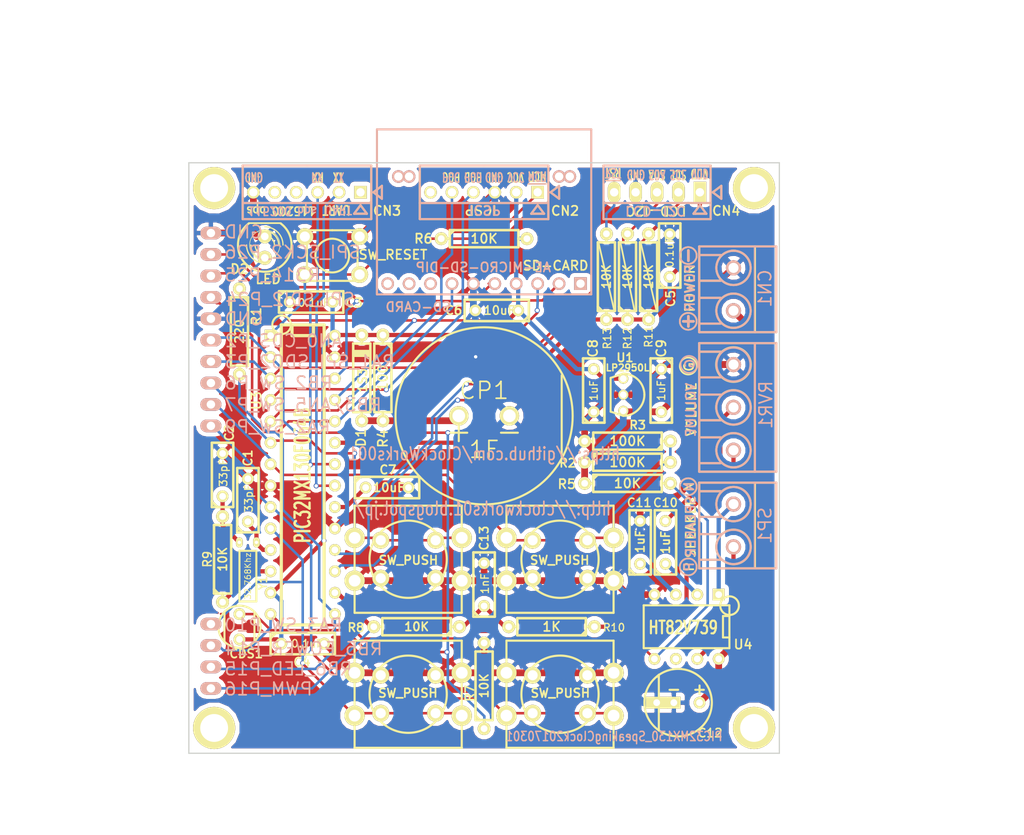
<source format=kicad_pcb>
(kicad_pcb (version 4) (host pcbnew 4.0.1-stable)
  (layers (0 F.Cu signal hide) (31 B.Cu signal hide) (34 B.Paste user hide) (35 F.Paste user hide) (36 B.SilkS user) (37 F.SilkS user hide) (38 B.Mask user hide) (39 F.Mask user hide) (44 Edge.Cuts user))
  (net 0 "")
  (net 1 GND)
  (net 2 "Net-(C5-Pad1)")
  (net 3 "Net-(C10-Pad1)")
  (net 4 "Net-(CN2-Pad1)")
  (net 5 "Net-(CN2-Pad4)")
  (net 6 "Net-(CN2-Pad5)")
  (net 7 "Net-(CN3-Pad2)")
  (net 8 "Net-(CN3-Pad3)")
  (net 9 "Net-(CN4-Pad2)")
  (net 10 "Net-(CN4-Pad3)")
  (net 11 "Net-(CN4-Pad5)")
  (net 12 "Net-(CP1-Pad1)")
  (net 13 "Net-(D2-Pad1)")
  (net 14 "Net-(SP1-Pad1)")
  (net 15 "Net-(SP1-Pad2)")
  (net 16 +5.0V)
  (net 17 +3.3V)
  (net 18 P14_RB5_POWER)
  (net 19 P2_AN0_CDS)
  (net 20 P16_PWM)
  (net 21 P15_RB6_LED)
  (net 22 P25_RB14)
  (net 23 P3_RA1_SPI_SDO2)
  (net 24 P26_SPI_SCK2)
  (net 25 P24_SPI_SDI2)
  (net 26 P6_RB2_SW1)
  (net 27 P9_RA2_SW3)
  (net 28 P10_RA3_SW4)
  (net 29 P7_RB3/AN5_SW2)
  (net 30 "Net-(C1-Pad1)")
  (net 31 "Net-(C2-Pad1)")
  (net 32 "Net-(C11-Pad1)")
  (net 33 "Net-(R9-Pad1)")
  (net 34 "Net-(R10-Pad1)")
  (net 35 "Net-(C7-Pad1)")
  (net 36 "Net-(C13-Pad1)")
  (net 37 "Net-(C10-Pad2)")
  (module lib:SD_CARD_AE-MICRO-SD-DIP (layer B.Cu) (at 140 76 180)
    (fp_text reference SDC1 hide)
    (fp_text value AE-MICRO-SD-DIP (at 0.1 -16.4 180) (layer B.SilkS) (effects (font (size 1.1 1.1) (thickness 0.2)) (justify mirror)))
    (pad 1 thru_hole rect (at -11.43 -18.33 180) (size 1.5 1.5) (drill 1) (layers *.Cu *.Mask B.SilkS))
    (pad 2 thru_hole circle (at -8.89 -18.33 180) (size 1.5 1.5) (drill 1) (layers *.Cu *.Mask B.SilkS) (net 22 P25_RB14))
    (pad 3 thru_hole circle (at -6.35 -18.33 180) (size 1.5 1.5) (drill 1) (layers *.Cu *.Mask B.SilkS) (net 23 P3_RA1_SPI_SDO2))
    (pad 4 thru_hole circle (at -3.81 -18.33 180) (size 1.5 1.5) (drill 1) (layers *.Cu *.Mask B.SilkS) (net 17 +3.3V))
    (pad 5 thru_hole circle (at -1.27 -18.33 180) (size 1.5 1.5) (drill 1) (layers *.Cu *.Mask B.SilkS) (net 24 P26_SPI_SCK2))
    (pad 6 thru_hole circle (at 1.27 -18.33 180) (size 1.5 1.5) (drill 1) (layers *.Cu *.Mask B.SilkS) (net 1 GND))
    (pad 7 thru_hole circle (at 3.81 -18.33 180) (size 1.5 1.5) (drill 1) (layers *.Cu *.Mask B.SilkS) (net 25 P24_SPI_SDI2))
    (pad 8 thru_hole circle (at 6.35 -18.33 180) (size 1.5 1.5) (drill 1) (layers *.Cu *.Mask B.SilkS))
    (pad 9 thru_hole circle (at 8.89 -18.33 180) (size 1.5 1.5) (drill 1) (layers *.Cu *.Mask B.SilkS))
    (pad 10 thru_hole circle (at 11.43 -18.33 180) (size 1.5 1.5) (drill 1) (layers *.Cu *.Mask B.SilkS))
    (pad 11 thru_hole circle (at -8.89 -5.63 180) (size 1.5 1.5) (drill 1) (layers *.Cu *.Mask B.SilkS))
    (pad 11 thru_hole circle (at -10.16 -5.63 180) (size 1.5 1.5) (drill 1) (layers *.Cu *.Mask B.SilkS))
    (pad 15 thru_hole circle (at 8.89 -5.63 180) (size 1.5 1.5) (drill 1) (layers *.Cu *.Mask B.SilkS))
    (pad 15 thru_hole circle (at 10.16 -5.63 180) (size 1.5 1.5) (drill 1) (layers *.Cu *.Mask B.SilkS))
  )
  (module lib:C2_MU (layer F.Cu) (at 112 120 90)
    (fp_text reference C1 (at 5 0 270) (layer F.SilkS) (effects (font (size 1.016 1.016) (thickness 0.2032))))
    (fp_text value 33pF (at 0.2 0.1 90) (layer F.SilkS) (effects (font (size 0.9 0.9))))
    (pad 1 thru_hole circle (at -2.54 0 90) (size 1.397 1.397) (drill 0.8) (layers *.Cu *.Mask F.SilkS) (net 30 "Net-(C1-Pad1)"))
    (pad 2 thru_hole circle (at 2.54 0 90) (size 1.397 1.397) (drill 0.8) (layers *.Cu *.Mask F.SilkS) (net 1 GND))
  )
  (module lib:SW_PUSH-6mm_AK (layer F.Cu) (at 122 91)
    (fp_text reference SW_RESET1 hide)
    (fp_text value SW_RESET (at 7.2 -0.1) (layer F.SilkS) (effects (font (size 1.1 1.1) (thickness 0.2))))
    (pad 1 thru_hole circle (at -3.25 -2.25) (size 2 2) (drill 1.2) (layers *.Cu *.Mask F.SilkS) (net 1 GND))
    (pad 1 thru_hole circle (at 3.25 -2.25) (size 2 2) (drill 1.2) (layers *.Cu *.Mask F.SilkS) (net 1 GND))
    (pad 2 thru_hole circle (at 3.25 2.25) (size 2 2) (drill 1.2) (layers *.Cu *.Mask F.SilkS) (net 4 "Net-(CN2-Pad1)"))
    (pad 2 thru_hole circle (at -3.25 2.25) (size 2 2) (drill 1.2) (layers *.Cu *.Mask F.SilkS) (net 4 "Net-(CN2-Pad1)"))
  )
  (module lib:SW_PUSH-12mm+_AK (layer F.Cu) (at 149 143)
    (fp_text reference SW3 hide)
    (fp_text value SW_PUSH (at 0.038 -0.128) (layer F.SilkS) (effects (font (size 1.016 1.016) (thickness 0.2032))))
    (pad 1 thru_hole circle (at 6.35 -2.54) (size 2.4 2.4) (drill 1.4) (layers *.Cu *.Mask F.SilkS) (net 1 GND))
    (pad 2 thru_hole circle (at 6.35 2.54) (size 2.4 2.4) (drill 1.4) (layers *.Cu *.Mask F.SilkS) (net 27 P9_RA2_SW3))
    (pad 1 thru_hole circle (at -6.35 -2.54) (size 2.4 2.4) (drill 1.4) (layers *.Cu *.Mask F.SilkS) (net 1 GND))
    (pad 2 thru_hole circle (at -6.35 2.54) (size 2.4 2.4) (drill 1.4) (layers *.Cu *.Mask F.SilkS) (net 27 P9_RA2_SW3))
    (pad 1 thru_hole circle (at -3.25 -2.25) (size 2 2) (drill 1.2) (layers *.Cu *.Mask F.SilkS) (net 1 GND))
    (pad 1 thru_hole circle (at 3.25 -2.25) (size 2 2) (drill 1.2) (layers *.Cu *.Mask F.SilkS) (net 1 GND))
    (pad 2 thru_hole circle (at 3.25 2.25) (size 2 2) (drill 1.2) (layers *.Cu *.Mask F.SilkS) (net 27 P9_RA2_SW3))
    (pad 2 thru_hole circle (at -3.25 2.25) (size 2 2) (drill 1.2) (layers *.Cu *.Mask F.SilkS) (net 27 P9_RA2_SW3))
  )
  (module lib:DIP-28_300_MU (layer F.Cu) (at 118.5 117 270)
    (fp_text reference U3 (at -8.8 5.5 450) (layer F.SilkS) (effects (font (size 1.1 1.1) (thickness 0.2))))
    (fp_text value PIC32MX130F064B (at 0.05 0 270) (layer F.SilkS) (effects (font (size 1.778 1.143) (thickness 0.28575))))
    (pad 1 thru_hole rect (at -16.51 3.81 270) (size 1.397 1.397) (drill 0.8) (layers *.Cu *.Mask F.SilkS) (net 4 "Net-(CN2-Pad1)"))
    (pad 2 thru_hole circle (at -13.97 3.81 270) (size 1.397 1.397) (drill 0.8) (layers *.Cu *.Mask F.SilkS) (net 19 P2_AN0_CDS))
    (pad 3 thru_hole circle (at -11.43 3.81 270) (size 1.397 1.397) (drill 0.8) (layers *.Cu *.Mask F.SilkS) (net 23 P3_RA1_SPI_SDO2))
    (pad 4 thru_hole circle (at -8.89 3.81 270) (size 1.397 1.397) (drill 0.8) (layers *.Cu *.Mask F.SilkS) (net 5 "Net-(CN2-Pad4)"))
    (pad 5 thru_hole circle (at -6.35 3.81 270) (size 1.397 1.397) (drill 0.8) (layers *.Cu *.Mask F.SilkS) (net 6 "Net-(CN2-Pad5)"))
    (pad 6 thru_hole circle (at -3.81 3.81 270) (size 1.397 1.397) (drill 0.8) (layers *.Cu *.Mask F.SilkS) (net 26 P6_RB2_SW1))
    (pad 7 thru_hole circle (at -1.27 3.81 270) (size 1.397 1.397) (drill 0.8) (layers *.Cu *.Mask F.SilkS) (net 29 P7_RB3/AN5_SW2))
    (pad 8 thru_hole circle (at 1.27 3.81 270) (size 1.397 1.397) (drill 0.8) (layers *.Cu *.Mask F.SilkS) (net 1 GND))
    (pad 9 thru_hole circle (at 3.81 3.81 270) (size 1.397 1.397) (drill 0.8) (layers *.Cu *.Mask F.SilkS) (net 27 P9_RA2_SW3))
    (pad 10 thru_hole circle (at 6.35 3.81 270) (size 1.397 1.397) (drill 0.8) (layers *.Cu *.Mask F.SilkS) (net 28 P10_RA3_SW4))
    (pad 11 thru_hole circle (at 8.89 3.81 270) (size 1.397 1.397) (drill 0.8) (layers *.Cu *.Mask F.SilkS) (net 30 "Net-(C1-Pad1)"))
    (pad 12 thru_hole circle (at 11.43 3.81 270) (size 1.397 1.397) (drill 0.8) (layers *.Cu *.Mask F.SilkS) (net 33 "Net-(R9-Pad1)"))
    (pad 13 thru_hole circle (at 13.97 3.81 270) (size 1.397 1.397) (drill 0.8) (layers *.Cu *.Mask F.SilkS) (net 17 +3.3V))
    (pad 14 thru_hole circle (at 16.51 3.81 270) (size 1.397 1.397) (drill 0.8) (layers *.Cu *.Mask F.SilkS) (net 18 P14_RB5_POWER))
    (pad 15 thru_hole circle (at 16.51 -3.81 270) (size 1.397 1.397) (drill 0.8) (layers *.Cu *.Mask F.SilkS) (net 21 P15_RB6_LED))
    (pad 16 thru_hole circle (at 13.97 -3.81 270) (size 1.397 1.397) (drill 0.8) (layers *.Cu *.Mask F.SilkS) (net 20 P16_PWM))
    (pad 17 thru_hole circle (at 11.43 -3.81 270) (size 1.397 1.397) (drill 0.8) (layers *.Cu *.Mask F.SilkS) (net 9 "Net-(CN4-Pad2)"))
    (pad 18 thru_hole circle (at 8.89 -3.81 270) (size 1.397 1.397) (drill 0.8) (layers *.Cu *.Mask F.SilkS) (net 10 "Net-(CN4-Pad3)"))
    (pad 19 thru_hole circle (at 6.35 -3.81 270) (size 1.397 1.397) (drill 0.8) (layers *.Cu *.Mask F.SilkS) (net 1 GND))
    (pad 20 thru_hole circle (at 3.81 -3.81 270) (size 1.397 1.397) (drill 0.8) (layers *.Cu *.Mask F.SilkS) (net 35 "Net-(C7-Pad1)"))
    (pad 21 thru_hole circle (at 1.27 -3.81 270) (size 1.397 1.397) (drill 0.8) (layers *.Cu *.Mask F.SilkS) (net 7 "Net-(CN3-Pad2)"))
    (pad 22 thru_hole circle (at -1.27 -3.81 270) (size 1.397 1.397) (drill 0.8) (layers *.Cu *.Mask F.SilkS) (net 8 "Net-(CN3-Pad3)"))
    (pad 23 thru_hole circle (at -3.81 -3.81 270) (size 1.397 1.397) (drill 0.8) (layers *.Cu *.Mask F.SilkS) (net 2 "Net-(C5-Pad1)"))
    (pad 24 thru_hole circle (at -6.35 -3.81 270) (size 1.397 1.397) (drill 0.8) (layers *.Cu *.Mask F.SilkS) (net 25 P24_SPI_SDI2))
    (pad 25 thru_hole circle (at -8.89 -3.81 270) (size 1.397 1.397) (drill 0.8) (layers *.Cu *.Mask F.SilkS) (net 22 P25_RB14))
    (pad 26 thru_hole circle (at -11.43 -3.81 270) (size 1.397 1.397) (drill 0.8) (layers *.Cu *.Mask F.SilkS) (net 24 P26_SPI_SCK2))
    (pad 27 thru_hole circle (at -13.97 -3.81 270) (size 1.397 1.397) (drill 0.8) (layers *.Cu *.Mask F.SilkS) (net 1 GND))
    (pad 28 thru_hole circle (at -16.51 -3.81 270) (size 1.397 1.397) (drill 0.8) (layers *.Cu *.Mask F.SilkS) (net 17 +3.3V))
  )
  (module lib:R4_MU (layer F.Cu) (at 140 89)
    (fp_text reference R6 (at -7.2 0) (layer F.SilkS) (effects (font (size 1.1 1.1) (thickness 0.2032))))
    (fp_text value 10K (at 0 0) (layer F.SilkS) (effects (font (size 1.1 1.1) (thickness 0.2032))))
    (pad 1 thru_hole circle (at -5.08 0) (size 1.524 1.524) (drill 0.8) (layers *.Cu *.Mask F.SilkS) (net 4 "Net-(CN2-Pad1)"))
    (pad 2 thru_hole circle (at 5.08 0) (size 1.524 1.524) (drill 0.8) (layers *.Cu *.Mask F.SilkS) (net 17 +3.3V))
  )
  (module lib:SW_PUSH-12mm+_AK (layer F.Cu) (at 131 127 180)
    (fp_text reference SW1 hide)
    (fp_text value SW_PUSH (at -0.028 -0.114 180) (layer F.SilkS) (effects (font (size 1.016 1.016) (thickness 0.2032))))
    (pad 1 thru_hole circle (at 6.35 -2.54 180) (size 2.4 2.4) (drill 1.4) (layers *.Cu *.Mask F.SilkS) (net 1 GND))
    (pad 2 thru_hole circle (at 6.35 2.54 180) (size 2.4 2.4) (drill 1.4) (layers *.Cu *.Mask F.SilkS) (net 26 P6_RB2_SW1))
    (pad 1 thru_hole circle (at -6.35 -2.54 180) (size 2.4 2.4) (drill 1.4) (layers *.Cu *.Mask F.SilkS) (net 1 GND))
    (pad 2 thru_hole circle (at -6.35 2.54 180) (size 2.4 2.4) (drill 1.4) (layers *.Cu *.Mask F.SilkS) (net 26 P6_RB2_SW1))
    (pad 1 thru_hole circle (at -3.25 -2.25 180) (size 2 2) (drill 1.2) (layers *.Cu *.Mask F.SilkS) (net 1 GND))
    (pad 1 thru_hole circle (at 3.25 -2.25 180) (size 2 2) (drill 1.2) (layers *.Cu *.Mask F.SilkS) (net 1 GND))
    (pad 2 thru_hole circle (at 3.25 2.25 180) (size 2 2) (drill 1.2) (layers *.Cu *.Mask F.SilkS) (net 26 P6_RB2_SW1))
    (pad 2 thru_hole circle (at -3.25 2.25 180) (size 2 2) (drill 1.2) (layers *.Cu *.Mask F.SilkS) (net 26 P6_RB2_SW1))
  )
  (module lib:SW_PUSH-12mm+_AK (layer F.Cu) (at 149 127 180)
    (fp_text reference SW2 hide)
    (fp_text value SW_PUSH (at 0.038 -0.114 180) (layer F.SilkS) (effects (font (size 1.016 1.016) (thickness 0.2032))))
    (pad 1 thru_hole circle (at 6.35 -2.54 180) (size 2.4 2.4) (drill 1.4) (layers *.Cu *.Mask F.SilkS) (net 1 GND))
    (pad 2 thru_hole circle (at 6.35 2.54 180) (size 2.4 2.4) (drill 1.4) (layers *.Cu *.Mask F.SilkS) (net 29 P7_RB3/AN5_SW2))
    (pad 1 thru_hole circle (at -6.35 -2.54 180) (size 2.4 2.4) (drill 1.4) (layers *.Cu *.Mask F.SilkS) (net 1 GND))
    (pad 2 thru_hole circle (at -6.35 2.54 180) (size 2.4 2.4) (drill 1.4) (layers *.Cu *.Mask F.SilkS) (net 29 P7_RB3/AN5_SW2))
    (pad 1 thru_hole circle (at -3.25 -2.25 180) (size 2 2) (drill 1.2) (layers *.Cu *.Mask F.SilkS) (net 1 GND))
    (pad 1 thru_hole circle (at 3.25 -2.25 180) (size 2 2) (drill 1.2) (layers *.Cu *.Mask F.SilkS) (net 1 GND))
    (pad 2 thru_hole circle (at 3.25 2.25 180) (size 2 2) (drill 1.2) (layers *.Cu *.Mask F.SilkS) (net 29 P7_RB3/AN5_SW2))
    (pad 2 thru_hole circle (at -3.25 2.25 180) (size 2 2) (drill 1.2) (layers *.Cu *.Mask F.SilkS) (net 29 P7_RB3/AN5_SW2))
  )
  (module lib:C_SE-5R5 (layer F.Cu) (at 140 110)
    (fp_text reference CP1 (at 0 -3) (layer F.SilkS) (effects (font (size 2 2) (thickness 0.2))))
    (fp_text value 1F (at 0 4) (layer F.SilkS) (effects (font (size 2 2) (thickness 0.2))))
    (pad 1 thru_hole circle (at -3 0) (size 2.3 2.3) (drill 1.5) (layers *.Cu *.Mask F.SilkS) (net 12 "Net-(CP1-Pad1)"))
    (pad 2 thru_hole circle (at 3 0) (size 2.3 2.3) (drill 1.5) (layers *.Cu *.Mask F.SilkS) (net 1 GND))
  )
  (module lib:C2_MU (layer F.Cu) (at 162 91 90)
    (fp_text reference C5 (at -5.1 0.1 90) (layer F.SilkS) (effects (font (size 1.016 1.016) (thickness 0.2))))
    (fp_text value 0.1uF (at 0.4 0 90) (layer F.SilkS) (effects (font (size 0.9 0.9))))
    (pad 1 thru_hole circle (at -2.54 0 90) (size 1.397 1.397) (drill 0.8) (layers *.Cu *.Mask F.SilkS) (net 2 "Net-(C5-Pad1)"))
    (pad 2 thru_hole circle (at 2.54 0 90) (size 1.397 1.397) (drill 0.8) (layers *.Cu *.Mask F.SilkS) (net 1 GND))
  )
  (module lib:TERMINAL_2P (layer B.Cu) (at 165.5 123 90)
    (fp_text reference SP1 (at 0 7.8 90) (layer B.SilkS) (effects (font (size 1.5 1.5) (thickness 0.2)) (justify mirror)))
    (fp_text value SPEAKER hide)
    (pad 2 thru_hole circle (at -2.54 4.064 90) (size 1.8 1.8) (drill 1.2) (layers *.Cu *.Mask B.SilkS) (net 15 "Net-(SP1-Pad2)"))
    (pad 1 thru_hole circle (at 2.54 4.064 90) (size 1.8 1.8) (drill 1.2) (layers *.Cu *.Mask B.SilkS) (net 14 "Net-(SP1-Pad1)"))
  )
  (module lib:DIP-8_300_MU (layer F.Cu) (at 164 135 180)
    (fp_text reference U4 (at -6.7 -2.1 180) (layer F.SilkS) (effects (font (size 1.1 1.1) (thickness 0.2))))
    (fp_text value HT82V739 (at 0.4 -0.1 180) (layer F.SilkS) (effects (font (size 1.5 1.1) (thickness 0.25))))
    (pad 1 thru_hole rect (at -3.81 3.81 180) (size 1.397 1.397) (drill 0.8) (layers *.Cu *.Mask F.SilkS) (net 14 "Net-(SP1-Pad1)"))
    (pad 2 thru_hole circle (at -1.27 3.81 180) (size 1.397 1.397) (drill 0.8) (layers *.Cu *.Mask F.SilkS) (net 3 "Net-(C10-Pad1)"))
    (pad 3 thru_hole circle (at 1.27 3.81 180) (size 1.397 1.397) (drill 0.8) (layers *.Cu *.Mask F.SilkS) (net 32 "Net-(C11-Pad1)"))
    (pad 4 thru_hole circle (at 3.81 3.81 180) (size 1.397 1.397) (drill 0.8) (layers *.Cu *.Mask F.SilkS) (net 1 GND))
    (pad 5 thru_hole circle (at 3.81 -3.81 180) (size 1.397 1.397) (drill 0.8) (layers *.Cu *.Mask F.SilkS) (net 18 P14_RB5_POWER))
    (pad 6 thru_hole circle (at 1.27 -3.81 180) (size 1.397 1.397) (drill 0.8) (layers *.Cu *.Mask F.SilkS))
    (pad 7 thru_hole circle (at -1.27 -3.81 180) (size 1.397 1.397) (drill 0.8) (layers *.Cu *.Mask F.SilkS) (net 15 "Net-(SP1-Pad2)"))
    (pad 8 thru_hole circle (at -3.81 -3.81 180) (size 1.397 1.397) (drill 0.8) (layers *.Cu *.Mask F.SilkS) (net 16 +5.0V))
  )
  (module lib:TERMINAL_2P (layer B.Cu) (at 165.5 95 90)
    (fp_text reference CN1 (at 0.1 7.8 90) (layer B.SilkS) (effects (font (size 1.5 1.5) (thickness 0.2)) (justify mirror)))
    (fp_text value CN-POWER hide)
    (pad 1 thru_hole circle (at -2.54 4.064 90) (size 1.8 1.8) (drill 1.2) (layers *.Cu *.Mask B.SilkS) (net 16 +5.0V))
    (pad 2 thru_hole circle (at 2.54 4.064 90) (size 1.8 1.8) (drill 1.2) (layers *.Cu *.Mask B.SilkS) (net 1 GND))
  )
  (module lib:PINHEAD1-6_MU (layer F.Cu) (at 119 83.5 180)
    (fp_text reference CN3 (at -9.5 -2.2 360) (layer F.SilkS) (effects (font (size 1.1 1.1) (thickness 0.2))))
    (fp_text value CN-UART-FTDI-TTL-232R-3V3 hide)
    (pad 1 thru_hole rect (at -6.35 0 180) (size 1.5 1.5) (drill 1) (layers *.Cu *.Mask F.SilkS))
    (pad 2 thru_hole circle (at -3.81 0 180) (size 1.5 1.5) (drill 1) (layers *.Cu *.Mask F.SilkS) (net 7 "Net-(CN3-Pad2)"))
    (pad 3 thru_hole circle (at -1.27 0 180) (size 1.5 1.5) (drill 1) (layers *.Cu *.Mask F.SilkS) (net 8 "Net-(CN3-Pad3)"))
    (pad 4 thru_hole circle (at 1.27 0 180) (size 1.5 1.5) (drill 1) (layers *.Cu *.Mask F.SilkS))
    (pad 5 thru_hole circle (at 3.81 0 180) (size 1.5 1.5) (drill 1) (layers *.Cu *.Mask F.SilkS))
    (pad 6 thru_hole circle (at 6.35 0 180) (size 1.5 1.5) (drill 1) (layers *.Cu *.Mask F.SilkS) (net 1 GND))
  )
  (module lib:PINHEAD1-6_MU (layer F.Cu) (at 140 83.5 180)
    (fp_text reference CN2 (at -9.6 -2.2 180) (layer F.SilkS) (effects (font (size 1.1 1.1) (thickness 0.2))))
    (fp_text value CN-ICSP hide)
    (pad 1 thru_hole rect (at -6.35 0 180) (size 1.5 1.5) (drill 1) (layers *.Cu *.Mask F.SilkS) (net 4 "Net-(CN2-Pad1)"))
    (pad 2 thru_hole circle (at -3.81 0 180) (size 1.5 1.5) (drill 1) (layers *.Cu *.Mask F.SilkS) (net 17 +3.3V))
    (pad 3 thru_hole circle (at -1.27 0 180) (size 1.5 1.5) (drill 1) (layers *.Cu *.Mask F.SilkS) (net 1 GND))
    (pad 4 thru_hole circle (at 1.27 0 180) (size 1.5 1.5) (drill 1) (layers *.Cu *.Mask F.SilkS) (net 5 "Net-(CN2-Pad4)"))
    (pad 5 thru_hole circle (at 3.81 0 180) (size 1.5 1.5) (drill 1) (layers *.Cu *.Mask F.SilkS) (net 6 "Net-(CN2-Pad5)"))
    (pad 6 thru_hole circle (at 6.35 0 180) (size 1.5 1.5) (drill 1) (layers *.Cu *.Mask F.SilkS))
  )
  (module lib:TERMINAL_3P (layer B.Cu) (at 165.5 109 90)
    (fp_text reference RVR1 (at 0.3 7.9 90) (layer B.SilkS) (effects (font (size 1.5 1.5) (thickness 0.2)) (justify mirror)))
    (fp_text value 10K hide)
    (pad 1 thru_hole circle (at -5.08 4.064 90) (size 1.8 1.8) (drill 1.2) (layers *.Cu *.Mask B.SilkS) (net 34 "Net-(R10-Pad1)"))
    (pad 2 thru_hole circle (at 0 4.064 90) (size 1.8 1.8) (drill 1.2) (layers *.Cu *.Mask B.SilkS) (net 37 "Net-(C10-Pad2)"))
    (pad 3 thru_hole circle (at 5.08 4.064 90) (size 1.8 1.8) (drill 1.2) (layers *.Cu *.Mask B.SilkS) (net 1 GND))
  )
  (module lib:C2_MU (layer F.Cu) (at 119.5 96.5)
    (fp_text reference C3 (at 5.1 0.1 180) (layer F.SilkS) (effects (font (size 1.016 1.016) (thickness 0.2032))))
    (fp_text value 0.1uF (at 0.3 0.1) (layer F.SilkS) (effects (font (size 0.9 0.9))))
    (pad 1 thru_hole circle (at -2.54 0) (size 1.397 1.397) (drill 0.8) (layers *.Cu *.Mask F.SilkS) (net 1 GND))
    (pad 2 thru_hole circle (at 2.54 0) (size 1.397 1.397) (drill 0.8) (layers *.Cu *.Mask F.SilkS) (net 17 +3.3V))
  )
  (module lib:R4_MU (layer F.Cu) (at 157 93.5 90)
    (fp_text reference R12 (at -7.3 0 270) (layer F.SilkS) (effects (font (size 0.9 0.9))))
    (fp_text value 10K (at 0 0 90) (layer F.SilkS) (effects (font (thickness 0.2))))
    (pad 1 thru_hole circle (at -5.08 0 90) (size 1.524 1.524) (drill 0.8) (layers *.Cu *.Mask F.SilkS) (net 2 "Net-(C5-Pad1)"))
    (pad 2 thru_hole circle (at 5.08 0 90) (size 1.524 1.524) (drill 0.8) (layers *.Cu *.Mask F.SilkS) (net 10 "Net-(CN4-Pad3)"))
  )
  (module lib:C2_MU (layer F.Cu) (at 109 117 90)
    (fp_text reference C2 (at 5 0.8 270) (layer F.SilkS) (effects (font (size 1.016 1.016) (thickness 0.2032))))
    (fp_text value 33pF (at 0.25 0.1 90) (layer F.SilkS) (effects (font (size 0.9 0.9))))
    (pad 1 thru_hole circle (at -2.54 0 90) (size 1.397 1.397) (drill 0.8) (layers *.Cu *.Mask F.SilkS) (net 31 "Net-(C2-Pad1)"))
    (pad 2 thru_hole circle (at 2.54 0 90) (size 1.397 1.397) (drill 0.8) (layers *.Cu *.Mask F.SilkS) (net 1 GND))
  )
  (module lib:C2_MU (layer F.Cu) (at 118.5 137)
    (fp_text reference C4 (at -0.1 2.2) (layer F.SilkS) (effects (font (size 1.016 1.016) (thickness 0.2032))))
    (fp_text value 0.1uF (at 0.5 0) (layer F.SilkS) (effects (font (size 0.9 0.9))))
    (pad 1 thru_hole circle (at -2.54 0) (size 1.397 1.397) (drill 0.8) (layers *.Cu *.Mask F.SilkS) (net 17 +3.3V))
    (pad 2 thru_hole circle (at 2.54 0) (size 1.397 1.397) (drill 0.8) (layers *.Cu *.Mask F.SilkS) (net 1 GND))
  )
  (module lib:C2_MU (layer F.Cu) (at 141.5 97.5 180)
    (fp_text reference C6 (at 5.1 0 180) (layer F.SilkS) (effects (font (size 1.016 1.016) (thickness 0.2032))))
    (fp_text value 10uF (at -0.3 0 180) (layer F.SilkS) (effects (font (thickness 0.18))))
    (pad 1 thru_hole circle (at -2.54 0 180) (size 1.397 1.397) (drill 0.8) (layers *.Cu *.Mask F.SilkS) (net 17 +3.3V))
    (pad 2 thru_hole circle (at 2.54 0 180) (size 1.397 1.397) (drill 0.8) (layers *.Cu *.Mask F.SilkS) (net 1 GND))
  )
  (module lib:C2_MU (layer F.Cu) (at 128.5 118.5)
    (fp_text reference C7 (at 0.1 -2.1) (layer F.SilkS) (effects (font (size 1.016 1.016) (thickness 0.2032))))
    (fp_text value 10uF (at 0.2 0) (layer F.SilkS) (effects (font (size 1.016 1.016) (thickness 0.2032))))
    (pad 1 thru_hole circle (at -2.54 0) (size 1.397 1.397) (drill 0.8) (layers *.Cu *.Mask F.SilkS) (net 35 "Net-(C7-Pad1)"))
    (pad 2 thru_hole circle (at 2.54 0) (size 1.397 1.397) (drill 0.8) (layers *.Cu *.Mask F.SilkS) (net 1 GND))
  )
  (module lib:C2_MU (layer F.Cu) (at 140 130 90)
    (fp_text reference C13 (at 5.5 0 90) (layer F.SilkS) (effects (font (thickness 0.2))))
    (fp_text value 1nF (at 0.1 0.1 90) (layer F.SilkS) (effects (font (size 0.9 0.9))))
    (pad 1 thru_hole circle (at -2.54 0 90) (size 1.397 1.397) (drill 0.8) (layers *.Cu *.Mask F.SilkS) (net 36 "Net-(C13-Pad1)"))
    (pad 2 thru_hole circle (at 2.54 0 90) (size 1.397 1.397) (drill 0.8) (layers *.Cu *.Mask F.SilkS) (net 1 GND))
  )
  (module lib:C2_MU (layer F.Cu) (at 158.5 125 90)
    (fp_text reference C11 (at 4.7 -0.1 360) (layer F.SilkS) (effects (font (thickness 0.18))))
    (fp_text value 1uF (at 0.1 0 90) (layer F.SilkS) (effects (font (thickness 0.2))))
    (pad 1 thru_hole circle (at -2.54 0 90) (size 1.397 1.397) (drill 0.8) (layers *.Cu *.Mask F.SilkS) (net 32 "Net-(C11-Pad1)"))
    (pad 2 thru_hole circle (at 2.54 0 90) (size 1.397 1.397) (drill 0.8) (layers *.Cu *.Mask F.SilkS) (net 1 GND))
  )
  (module lib:LED-5MM_AK (layer F.Cu) (at 114 90 90)
    (fp_text reference D2 (at -2.6 -3 180) (layer F.SilkS) (effects (font (size 1.1 1.1) (thickness 0.2))))
    (fp_text value LED (at -3.8 0.4 360) (layer F.SilkS) (effects (font (size 1.1 1.1) (thickness 0.2))))
    (pad 1 thru_hole circle (at -1.27 0 90) (size 1.6764 1.6764) (drill 0.9) (layers *.Cu *.Mask F.SilkS) (net 13 "Net-(D2-Pad1)"))
    (pad 2 thru_hole circle (at 1.27 0 90) (size 1.6764 1.6764) (drill 0.9) (layers *.Cu *.Mask F.SilkS) (net 1 GND))
  )
  (module lib:R4_MU (layer F.Cu) (at 111 100 270)
    (fp_text reference R1 (at -1.8 -2 270) (layer F.SilkS) (effects (font (size 1.1 1.1) (thickness 0.2))))
    (fp_text value 220 (at 0 0 270) (layer F.SilkS) (effects (font (thickness 0.2))))
    (pad 1 thru_hole circle (at -5.08 0 270) (size 1.524 1.524) (drill 0.8) (layers *.Cu *.Mask F.SilkS) (net 13 "Net-(D2-Pad1)"))
    (pad 2 thru_hole circle (at 5.08 0 270) (size 1.524 1.524) (drill 0.8) (layers *.Cu *.Mask F.SilkS) (net 21 P15_RB6_LED))
  )
  (module lib:R4_MU (layer F.Cu) (at 157 115.5)
    (fp_text reference R2 (at -7.1 0.1) (layer F.SilkS) (effects (font (thickness 0.2))))
    (fp_text value 100K (at 0 0) (layer F.SilkS) (effects (font (size 1.1 1.1) (thickness 0.2))))
    (pad 1 thru_hole circle (at -5.08 0) (size 1.524 1.524) (drill 0.8) (layers *.Cu *.Mask F.SilkS) (net 16 +5.0V))
    (pad 2 thru_hole circle (at 5.08 0) (size 1.524 1.524) (drill 0.8) (layers *.Cu *.Mask F.SilkS) (net 29 P7_RB3/AN5_SW2))
  )
  (module lib:R4_MU (layer F.Cu) (at 157 113 180)
    (fp_text reference R3 (at -1.2 1.9 180) (layer F.SilkS) (effects (font (thickness 0.2))))
    (fp_text value 100K (at 0 0 180) (layer F.SilkS) (effects (font (size 1.1 1.1) (thickness 0.2))))
    (pad 1 thru_hole circle (at -5.08 0 180) (size 1.524 1.524) (drill 0.8) (layers *.Cu *.Mask F.SilkS) (net 29 P7_RB3/AN5_SW2))
    (pad 2 thru_hole circle (at 5.08 0 180) (size 1.524 1.524) (drill 0.8) (layers *.Cu *.Mask F.SilkS) (net 1 GND))
  )
  (module lib:R4_MU (layer F.Cu) (at 128 105.5 270)
    (fp_text reference R4 (at 7.2 0 270) (layer F.SilkS) (effects (font (size 1.1 1.1) (thickness 0.2032))))
    (fp_text value 100 (at 0 0 270) (layer F.SilkS) (effects (font (size 1.1 1.1) (thickness 0.2))))
    (pad 1 thru_hole circle (at -5.08 0 270) (size 1.524 1.524) (drill 0.8) (layers *.Cu *.Mask F.SilkS) (net 17 +3.3V))
    (pad 2 thru_hole circle (at 5.08 0 270) (size 1.524 1.524) (drill 0.8) (layers *.Cu *.Mask F.SilkS) (net 12 "Net-(CP1-Pad1)"))
  )
  (module lib:R4_MU (layer F.Cu) (at 157 118)
    (fp_text reference R5 (at -7.2 0.1) (layer F.SilkS) (effects (font (size 1.1 1.1) (thickness 0.2032))))
    (fp_text value 10K (at 0 0) (layer F.SilkS) (effects (font (size 1.1 1.1) (thickness 0.2))))
    (pad 1 thru_hole circle (at -5.08 0) (size 1.524 1.524) (drill 0.8) (layers *.Cu *.Mask F.SilkS) (net 16 +5.0V))
    (pad 2 thru_hole circle (at 5.08 0) (size 1.524 1.524) (drill 0.8) (layers *.Cu *.Mask F.SilkS) (net 18 P14_RB5_POWER))
  )
  (module lib:R4_MU (layer F.Cu) (at 140 142 90)
    (fp_text reference R7 (at -0.9 -1.7 90) (layer F.SilkS) (effects (font (thickness 0.2))))
    (fp_text value 10K (at 0 0 90) (layer F.SilkS) (effects (font (thickness 0.2))))
    (pad 1 thru_hole circle (at -5.08 0 90) (size 1.524 1.524) (drill 0.8) (layers *.Cu *.Mask F.SilkS) (net 19 P2_AN0_CDS))
    (pad 2 thru_hole circle (at 5.08 0 90) (size 1.524 1.524) (drill 0.8) (layers *.Cu *.Mask F.SilkS) (net 1 GND))
  )
  (module lib:R4_MU (layer F.Cu) (at 132 135 180)
    (fp_text reference R8 (at 7.2 -0.1 180) (layer F.SilkS) (effects (font (thickness 0.2))))
    (fp_text value 10K (at 0 0 180) (layer F.SilkS) (effects (font (thickness 0.2))))
    (pad 1 thru_hole circle (at -5.08 0 180) (size 1.524 1.524) (drill 0.8) (layers *.Cu *.Mask F.SilkS) (net 36 "Net-(C13-Pad1)"))
    (pad 2 thru_hole circle (at 5.08 0 180) (size 1.524 1.524) (drill 0.8) (layers *.Cu *.Mask F.SilkS) (net 20 P16_PWM))
  )
  (module lib:R4_MU (layer F.Cu) (at 109 127 90)
    (fp_text reference R9 (at 0 -1.8 90) (layer F.SilkS) (effects (font (thickness 0.18))))
    (fp_text value 10K (at 0 0 90) (layer F.SilkS) (effects (font (thickness 0.2))))
    (pad 1 thru_hole circle (at -5.08 0 90) (size 1.524 1.524) (drill 0.8) (layers *.Cu *.Mask F.SilkS) (net 33 "Net-(R9-Pad1)"))
    (pad 2 thru_hole circle (at 5.08 0 90) (size 1.524 1.524) (drill 0.8) (layers *.Cu *.Mask F.SilkS) (net 31 "Net-(C2-Pad1)"))
  )
  (module lib:R4_MU (layer F.Cu) (at 148 135 180)
    (fp_text reference R10 (at -7.4 -0.1 180) (layer F.SilkS) (effects (font (size 0.9 0.9))))
    (fp_text value 1K (at 0 0 180) (layer F.SilkS) (effects (font (size 1.1 1.1) (thickness 0.2))))
    (pad 1 thru_hole circle (at -5.08 0 180) (size 1.524 1.524) (drill 0.8) (layers *.Cu *.Mask F.SilkS) (net 34 "Net-(R10-Pad1)"))
    (pad 2 thru_hole circle (at 5.08 0 180) (size 1.524 1.524) (drill 0.8) (layers *.Cu *.Mask F.SilkS) (net 36 "Net-(C13-Pad1)"))
  )
  (module lib:R4_MU (layer F.Cu) (at 159.5 93.5 90)
    (fp_text reference R11 (at -7.1 0 90) (layer F.SilkS) (effects (font (size 0.9 0.9))))
    (fp_text value 10K (at 0 0 90) (layer F.SilkS) (effects (font (thickness 0.2))))
    (pad 1 thru_hole circle (at -5.08 0 90) (size 1.524 1.524) (drill 0.8) (layers *.Cu *.Mask F.SilkS) (net 2 "Net-(C5-Pad1)"))
    (pad 2 thru_hole circle (at 5.08 0 90) (size 1.524 1.524) (drill 0.8) (layers *.Cu *.Mask F.SilkS) (net 9 "Net-(CN4-Pad2)"))
  )
  (module lib:R4_MU (layer F.Cu) (at 154.5 93.5 90)
    (fp_text reference R13 (at -7.3 0.1 90) (layer F.SilkS) (effects (font (size 0.9 0.9))))
    (fp_text value 10K (at 0 0 90) (layer F.SilkS) (effects (font (thickness 0.2))))
    (pad 1 thru_hole circle (at -5.08 0 90) (size 1.524 1.524) (drill 0.8) (layers *.Cu *.Mask F.SilkS) (net 2 "Net-(C5-Pad1)"))
    (pad 2 thru_hole circle (at 5.08 0 90) (size 1.524 1.524) (drill 0.8) (layers *.Cu *.Mask F.SilkS) (net 11 "Net-(CN4-Pad5)"))
  )
  (module lib:SW_PUSH-12mm+_AK (layer F.Cu) (at 131 143)
    (fp_text reference SW4 hide)
    (fp_text value SW_PUSH (at -0.028 -0.128) (layer F.SilkS) (effects (font (size 1.016 1.016) (thickness 0.2032))))
    (pad 1 thru_hole circle (at 6.35 -2.54) (size 2.4 2.4) (drill 1.4) (layers *.Cu *.Mask F.SilkS) (net 1 GND))
    (pad 2 thru_hole circle (at 6.35 2.54) (size 2.4 2.4) (drill 1.4) (layers *.Cu *.Mask F.SilkS) (net 28 P10_RA3_SW4))
    (pad 1 thru_hole circle (at -6.35 -2.54) (size 2.4 2.4) (drill 1.4) (layers *.Cu *.Mask F.SilkS) (net 1 GND))
    (pad 2 thru_hole circle (at -6.35 2.54) (size 2.4 2.4) (drill 1.4) (layers *.Cu *.Mask F.SilkS) (net 28 P10_RA3_SW4))
    (pad 1 thru_hole circle (at -3.25 -2.25) (size 2 2) (drill 1.2) (layers *.Cu *.Mask F.SilkS) (net 1 GND))
    (pad 1 thru_hole circle (at 3.25 -2.25) (size 2 2) (drill 1.2) (layers *.Cu *.Mask F.SilkS) (net 1 GND))
    (pad 2 thru_hole circle (at 3.25 2.25) (size 2 2) (drill 1.2) (layers *.Cu *.Mask F.SilkS) (net 28 P10_RA3_SW4))
    (pad 2 thru_hole circle (at -3.25 2.25) (size 2 2) (drill 1.2) (layers *.Cu *.Mask F.SilkS) (net 28 P10_RA3_SW4))
  )
  (module lib:D4_MU (layer F.Cu) (at 125.5 105.5 270)
    (fp_text reference D1 (at 7.1 0.1 270) (layer F.SilkS) (effects (font (size 1.1 1.1) (thickness 0.2))))
    (fp_text value 1S3 (at 0.3 -0.1 270) (layer F.SilkS) (effects (font (thickness 0.2))))
    (pad 1 thru_hole circle (at -5.08 0 270) (size 1.524 1.524) (drill 0.8) (layers *.Cu *.Mask F.SilkS) (net 17 +3.3V))
    (pad 2 thru_hole circle (at 5.08 0 270) (size 1.524 1.524) (drill 0.8) (layers *.Cu *.Mask F.SilkS) (net 12 "Net-(CP1-Pad1)"))
  )
  (module lib:PAD1mmX1.5mmX2.5mm (layer B.Cu) (at 107.615 101.03 270)
    (fp_text reference PAD1 hide)
    (fp_text value AN0_CDS_P2 (at 0.075 -8.625 360) (layer B.SilkS) (effects (font (size 1.5 1.5) (thickness 0.2)) (justify mirror)))
    (pad 1 thru_hole oval (at 0 0 270) (size 1.5 2.5) (drill 1) (layers *.Cu *.Mask B.SilkS) (net 19 P2_AN0_CDS))
  )
  (module lib:PAD1mmX1.5mmX2.5mm (layer B.Cu) (at 107.615 103.57 270)
    (fp_text reference PAD2 hide)
    (fp_text value RA1_SPI_SDO2_P3 (at 0.035 -11.725 360) (layer B.SilkS) (effects (font (size 1.5 1.5) (thickness 0.2)) (justify mirror)))
    (pad 1 thru_hole oval (at 0 0 270) (size 1.5 2.5) (drill 1) (layers *.Cu *.Mask B.SilkS) (net 23 P3_RA1_SPI_SDO2))
  )
  (module lib:PAD1mmX1.5mmX2.5mm (layer B.Cu) (at 107.615 106.11 270)
    (fp_text reference PAD3 hide)
    (fp_text value RB2_SW_P6 (at -0.005 -8.025 360) (layer B.SilkS) (effects (font (size 1.5 1.5) (thickness 0.2)) (justify mirror)))
    (pad 1 thru_hole oval (at 0 0 270) (size 1.5 2.5) (drill 1) (layers *.Cu *.Mask B.SilkS) (net 26 P6_RB2_SW1))
  )
  (module lib:PAD1mmX1.5mmX2.5mm (layer B.Cu) (at 107.615 108.65 270)
    (fp_text reference PAD4 hide)
    (fp_text value RB3/AN5_SW_P7 (at 0.055 -10.925 360) (layer B.SilkS) (effects (font (size 1.5 1.5) (thickness 0.2)) (justify mirror)))
    (pad 1 thru_hole oval (at 0 0 270) (size 1.5 2.5) (drill 1) (layers *.Cu *.Mask B.SilkS) (net 29 P7_RB3/AN5_SW2))
  )
  (module lib:PAD1mmX1.5mmX2.5mm (layer B.Cu) (at 107.615 111.19 270)
    (fp_text reference PAD5 hide)
    (fp_text value RA2_SW_P9 (at 0.11 -7.885 540) (layer B.SilkS) (effects (font (size 1.5 1.5) (thickness 0.2)) (justify mirror)))
    (pad 1 thru_hole oval (at 0 0 270) (size 1.5 2.5) (drill 1) (layers *.Cu *.Mask B.SilkS) (net 27 P9_RA2_SW3))
  )
  (module lib:PAD1mmX1.5mmX2.5mm (layer B.Cu) (at 107.615 134.685 270)
    (fp_text reference PAD6 hide)
    (fp_text value RA3_SW_P10 (at 0.115 -8.585 540) (layer B.SilkS) (effects (font (size 1.5 1.5) (thickness 0.2)) (justify mirror)))
    (pad 1 thru_hole oval (at 0 0 270) (size 1.5 2.5) (drill 1) (layers *.Cu *.Mask B.SilkS) (net 28 P10_RA3_SW4))
  )
  (module lib:PAD1mmX1.5mmX2.5mm (layer B.Cu) (at 107.615 137.225 270)
    (fp_text reference PAD7 hide)
    (fp_text value RB5_POWER_P14 (at 0.375 -10.985 360) (layer B.SilkS) (effects (font (size 1.5 1.5) (thickness 0.2)) (justify mirror)))
    (pad 1 thru_hole oval (at 0 0 270) (size 1.5 2.5) (drill 1) (layers *.Cu *.Mask B.SilkS) (net 18 P14_RB5_POWER))
  )
  (module lib:PAD1mmX1.5mmX2.5mm (layer B.Cu) (at 107.615 139.765 270)
    (fp_text reference PAD8 hide)
    (fp_text value RB6_LED_P15 (at 0.235 -9.185 360) (layer B.SilkS) (effects (font (size 1.5 1.5) (thickness 0.2)) (justify mirror)))
    (pad 1 thru_hole oval (at 0 0 270) (size 1.5 2.5) (drill 1) (layers *.Cu *.Mask B.SilkS) (net 21 P15_RB6_LED))
  )
  (module lib:PAD1mmX1.5mmX2.5mm (layer B.Cu) (at 107.615 142.305 270)
    (fp_text reference PAD9 hide)
    (fp_text value PWM_P16 (at 0.075 -6.825 360) (layer B.SilkS) (effects (font (size 1.5 1.5) (thickness 0.2)) (justify mirror)))
    (pad 1 thru_hole oval (at 0 0 270) (size 1.5 2.5) (drill 1) (layers *.Cu *.Mask B.SilkS) (net 20 P16_PWM))
  )
  (module lib:PAD1mmX1.5mmX2.5mm (layer B.Cu) (at 107.615 95.95 270)
    (fp_text reference PAD10 hide)
    (fp_text value SPI_SDI2_P24 (at 0.25 -9.385 360) (layer B.SilkS) (effects (font (size 1.5 1.5) (thickness 0.2)) (justify mirror)))
    (pad 1 thru_hole oval (at 0 0 270) (size 1.5 2.5) (drill 1) (layers *.Cu *.Mask B.SilkS) (net 25 P24_SPI_SDI2))
  )
  (module lib:PAD1mmX1.5mmX2.5mm (layer B.Cu) (at 107.615 93.41 270)
    (fp_text reference PAD11 hide)
    (fp_text value RB14_P25 (at -0.11 -7.285 360) (layer B.SilkS) (effects (font (size 1.5 1.5) (thickness 0.2)) (justify mirror)))
    (pad 1 thru_hole oval (at 0 0 270) (size 1.5 2.5) (drill 1) (layers *.Cu *.Mask B.SilkS) (net 22 P25_RB14))
  )
  (module lib:PAD1mmX1.5mmX2.5mm (layer B.Cu) (at 107.615 90.87 270)
    (fp_text reference PAD12 hide)
    (fp_text value SPI_SCK2_P26 (at -0.27 -9.685 360) (layer B.SilkS) (effects (font (size 1.5 1.5) (thickness 0.2)) (justify mirror)))
    (pad 1 thru_hole oval (at 0 0 270) (size 1.5 2.5) (drill 1) (layers *.Cu *.Mask B.SilkS) (net 24 P26_SPI_SCK2))
  )
  (module lib:PAD1mmX1.5mmX2.5mm (layer B.Cu) (at 107.615 98.49 270)
    (fp_text reference PAD13 hide)
    (fp_text value GND (at 0.015 -3.925 540) (layer B.SilkS) (effects (font (size 1.5 1.5) (thickness 0.2)) (justify mirror)))
    (pad 1 thru_hole oval (at 0 0 270) (size 1.5 2.5) (drill 1) (layers *.Cu *.Mask B.SilkS) (net 1 GND))
  )
  (module lib:PAD1mmX1.5mmX2.5mm (layer B.Cu) (at 107.615 88.33 270)
    (fp_text reference PAD14 hide)
    (fp_text value GND (at -0.13 -3.885 540) (layer B.SilkS) (effects (font (size 1.5 1.5) (thickness 0.2)) (justify mirror)))
    (pad 1 thru_hole oval (at 0 0 270) (size 1.5 2.5) (drill 1) (layers *.Cu *.Mask B.SilkS) (net 1 GND))
  )
  (module lib:TO92 (layer F.Cu) (at 156.5 107.5 270)
    (fp_text reference U1 (at -4.4 -0.2 360) (layer F.SilkS) (effects (font (thickness 0.2))))
    (fp_text value LP2950L (at -3.2 -0.5 360) (layer F.SilkS) (effects (font (size 0.8 0.8) (thickness 0.18))))
    (pad 1 thru_hole circle (at -1.905 0 270) (size 1.2 1.2) (drill 0.8) (layers *.Cu *.Mask F.SilkS) (net 17 +3.3V))
    (pad 2 thru_hole circle (at 0 0 270) (size 1.2 1.2) (drill 0.8) (layers *.Cu *.Mask F.SilkS) (net 1 GND))
    (pad 3 thru_hole circle (at 1.905 0 270) (size 1.2 1.2) (drill 0.8) (layers *.Cu *.Mask F.SilkS) (net 16 +5.0V))
  )
  (module lib:PINHEAD1-5_MU2 (layer F.Cu) (at 160.5 83.5 180)
    (fp_text reference CN4 (at -8.2 -2.2 180) (layer F.SilkS) (effects (font (size 1.1 1.1) (thickness 0.2))))
    (fp_text value LCD_I2C_AQM1602XA-RN-GBW hide)
    (pad 1 thru_hole rect (at -5.08 0 180) (size 1.5 2.5) (drill 1) (layers *.Cu *.Mask F.SilkS) (net 2 "Net-(C5-Pad1)"))
    (pad 2 thru_hole oval (at -2.54 0 180) (size 1.5 2.5) (drill 1) (layers *.Cu *.Mask F.SilkS) (net 9 "Net-(CN4-Pad2)"))
    (pad 3 thru_hole oval (at 0 0 180) (size 1.5 2.5) (drill 1) (layers *.Cu *.Mask F.SilkS) (net 10 "Net-(CN4-Pad3)"))
    (pad 4 thru_hole oval (at 2.54 0 180) (size 1.5 2.5) (drill 1) (layers *.Cu *.Mask F.SilkS) (net 1 GND))
    (pad 5 thru_hole oval (at 5.08 0 180) (size 1.5 2.5) (drill 1) (layers *.Cu *.Mask F.SilkS) (net 11 "Net-(CN4-Pad5)"))
  )
  (module lib:PAD3mmX5mm (layer F.Cu) (at 108 83)
    (fp_text reference PAD15 hide)
    (fp_text value PAD hide)
    (pad 1 thru_hole circle (at 0 0) (size 5 5) (drill 3.3) (layers *.Cu *.Mask F.SilkS))
  )
  (module lib:PAD3mmX5mm (layer F.Cu) (at 172 83)
    (fp_text reference PAD16 hide)
    (fp_text value PAD hide)
    (pad 1 thru_hole circle (at 0 0) (size 5 5) (drill 3.3) (layers *.Cu *.Mask F.SilkS))
  )
  (module lib:PAD3mmX5mm (layer F.Cu) (at 108 147)
    (fp_text reference PAD17 hide)
    (fp_text value PAD hide)
    (pad 1 thru_hole circle (at 0 0) (size 5 5) (drill 3.3) (layers *.Cu *.Mask F.SilkS))
  )
  (module lib:PAD3mmX5mm (layer F.Cu) (at 172 147)
    (fp_text reference PAD18 hide)
    (fp_text value PAD hide)
    (pad 1 thru_hole circle (at 0 0) (size 5 5) (drill 3.3) (layers *.Cu *.Mask F.SilkS))
  )
  (module lib:X_TAL_VT200 (layer F.Cu) (at 112 125 180)
    (fp_text reference Y1 (at -1.8 -4.8 270) (layer F.SilkS) (effects (font (size 0.9 0.9) (thickness 0.18))))
    (fp_text value 32.768Khz (at 0 -4 270) (layer F.SilkS) (effects (font (size 0.7 0.7) (thickness 0.1))))
    (pad 1 thru_hole oval (at -1.016 0 180) (size 0.8 1.2) (drill 0.4) (layers *.Cu *.Mask F.SilkS) (net 30 "Net-(C1-Pad1)"))
    (pad 2 thru_hole oval (at 1.016 0 180) (size 0.8 1.2) (drill 0.4) (layers *.Cu *.Mask F.SilkS) (net 31 "Net-(C2-Pad1)"))
  )
  (module lib:CDS_5mm (layer F.Cu) (at 111 135 90)
    (fp_text reference CDS1 (at -3.2 0.8 180) (layer F.SilkS) (effects (font (size 1.016 1.016) (thickness 0.2032))))
    (fp_text value 10-20K/1M hide)
    (pad 1 thru_hole circle (at -1.5 0 90) (size 1.4 1.4) (drill 0.8) (layers *.Cu *.Mask F.SilkS) (net 17 +3.3V))
    (pad 2 thru_hole circle (at 1.5 0 90) (size 1.4 1.4) (drill 0.8) (layers *.Cu *.Mask F.SilkS) (net 19 P2_AN0_CDS))
  )
  (module lib:C2_MU (layer F.Cu) (at 161 107 270)
    (fp_text reference C9 (at -5 0 450) (layer F.SilkS) (effects (font (size 1.1 1.1) (thickness 0.2))))
    (fp_text value 1uF (at 0 0 270) (layer F.SilkS) (effects (font (size 0.9 0.9))))
    (pad 1 thru_hole circle (at -2.54 0 270) (size 1.397 1.397) (drill 0.8) (layers *.Cu *.Mask F.SilkS) (net 1 GND))
    (pad 2 thru_hole circle (at 2.54 0 270) (size 1.397 1.397) (drill 0.8) (layers *.Cu *.Mask F.SilkS) (net 16 +5.0V))
  )
  (module lib:CP2_MU (layer F.Cu) (at 163 144 180)
    (fp_text reference C12 (at -3.8 -3.6 360) (layer F.SilkS) (effects (font (thickness 0.18))))
    (fp_text value 10uF hide)
    (pad 2 thru_hole rect (at 2.54 0) (size 2.6 1.4) (drill 0.8) (layers *.Cu *.Mask F.SilkS) (net 1 GND))
    (pad 1 thru_hole circle (at -2.54 0) (size 1.4 1.4) (drill 0.8) (layers *.Cu *.Mask F.SilkS) (net 16 +5.0V))
    (pad 2 thru_hole rect (at 0.508 0) (size 1.6 1.4) (drill 0.8) (layers *.Cu *.Mask F.SilkS) (net 1 GND))
  )
  (module lib:C2_MU (layer F.Cu) (at 161.5 125 90)
    (fp_text reference C10 (at 4.7 0 180) (layer F.SilkS) (effects (font (thickness 0.18))))
    (fp_text value 1uF (at 0 0 90) (layer F.SilkS) (effects (font (thickness 0.2))))
    (pad 1 thru_hole circle (at -2.54 0 90) (size 1.397 1.397) (drill 0.8) (layers *.Cu *.Mask F.SilkS) (net 3 "Net-(C10-Pad1)"))
    (pad 2 thru_hole circle (at 2.54 0 90) (size 1.397 1.397) (drill 0.8) (layers *.Cu *.Mask F.SilkS) (net 37 "Net-(C10-Pad2)"))
  )
  (module lib:C2_MU (layer F.Cu) (at 153 107 90)
    (fp_text reference C8 (at 5 -0.1 270) (layer F.SilkS) (effects (font (size 1.1 1.1) (thickness 0.2))))
    (fp_text value 1uF (at 0 0 90) (layer F.SilkS) (effects (font (size 0.9 0.9))))
    (pad 1 thru_hole circle (at -2.54 0 90) (size 1.397 1.397) (drill 0.8) (layers *.Cu *.Mask F.SilkS) (net 1 GND))
    (pad 2 thru_hole circle (at 2.54 0 90) (size 1.397 1.397) (drill 0.8) (layers *.Cu *.Mask F.SilkS) (net 17 +3.3V))
  )
  (gr_text PIC32MX130_SpeakingClock20170301 (at 155.4 148) (layer B.SilkS) (effects (font (size 1.1 0.9) (thickness 0.17)) (justify mirror)))
  (gr_line (start 158.6 89.6) (end 160.4 97.4) (angle 90) (layer F.SilkS) (width 0.2))
  (gr_line (start 156.2 89.6) (end 157.8 97.4) (angle 90) (layer F.SilkS) (width 0.2))
  (gr_line (start 153.6 89.6) (end 155.4 97.4) (angle 90) (layer F.SilkS) (width 0.2))
  (gr_text PGC (at 136.1 81.7 180) (layer B.SilkS) (effects (font (size 1.1 0.7) (thickness 0.17)) (justify mirror)))
  (gr_text PGD (at 138.7 81.7 180) (layer B.SilkS) (effects (font (size 1.1 0.7) (thickness 0.17)) (justify mirror)))
  (gr_text GND (at 141.2 81.7 180) (layer B.SilkS) (effects (font (size 1.1 0.7) (thickness 0.17)) (justify mirror)))
  (gr_text VCC (at 143.8 81.7 180) (layer B.SilkS) (effects (font (size 1.1 0.7) (thickness 0.17)) (justify mirror)))
  (gr_text ~MCR (at 146.3 81.6 180) (layer B.SilkS) (effects (font (size 1.1 0.7) (thickness 0.17)) (justify mirror)))
  (gr_text PGC (at 136.1 81.7 180) (layer F.SilkS) (effects (font (size 1.1 0.7) (thickness 0.17))))
  (gr_text PGD (at 138.7 81.7 180) (layer F.SilkS) (effects (font (size 1.1 0.7) (thickness 0.17))))
  (gr_text VCC (at 143.7 81.7 180) (layer F.SilkS) (effects (font (size 1.1 0.7) (thickness 0.17))))
  (gr_text ~MCR (at 146.3 81.6 180) (layer F.SilkS) (effects (font (size 1.1 0.7) (thickness 0.17))))
  (gr_text ~RST (at 155.3 81.2 180) (layer B.SilkS) (effects (font (size 1.1 0.7) (thickness 0.17)) (justify mirror)))
  (gr_text GND (at 158 81.4 180) (layer B.SilkS) (effects (font (size 1.1 0.7) (thickness 0.17)) (justify mirror)))
  (gr_text SDA (at 160.5 81.4 180) (layer B.SilkS) (effects (font (size 1.1 0.7) (thickness 0.17)) (justify mirror)))
  (gr_text SCL (at 163 81.4 180) (layer B.SilkS) (effects (font (size 1.1 0.7) (thickness 0.17)) (justify mirror)))
  (gr_text VDD (at 165.6 81.3 180) (layer B.SilkS) (effects (font (size 1.1 0.7) (thickness 0.17)) (justify mirror)))
  (gr_text ~RST (at 155.3 81.2 180) (layer F.SilkS) (effects (font (size 1.1 0.7) (thickness 0.17))))
  (gr_text VDD (at 165.5 81.3 180) (layer F.SilkS) (effects (font (size 1.1 0.7) (thickness 0.17))))
  (gr_text SDA (at 160.5 81.4 180) (layer F.SilkS) (effects (font (size 1.1 0.7) (thickness 0.17))))
  (gr_text SCL (at 163 81.4 180) (layer F.SilkS) (effects (font (size 1.1 0.7) (thickness 0.17))))
  (gr_text GND (at 112.7 81.7 180) (layer B.SilkS) (effects (font (size 1.1 0.7) (thickness 0.17)) (justify mirror)))
  (gr_text RX (at 120.2 81.7 180) (layer B.SilkS) (effects (font (size 1.1 0.7) (thickness 0.17)) (justify mirror)))
  (gr_text TX (at 122.8 81.7 180) (layer B.SilkS) (effects (font (size 1.1 0.7) (thickness 0.17)) (justify mirror)))
  (gr_text RX (at 120.3 81.7 180) (layer F.SilkS) (effects (font (size 1.1 0.7) (thickness 0.17))))
  (gr_text TX (at 122.7 81.7 180) (layer F.SilkS) (effects (font (size 1.1 0.7) (thickness 0.17))))
  (gr_text GND (at 112.7 81.7 180) (layer F.SilkS) (effects (font (size 1.1 0.7) (thickness 0.17))))
  (gr_text GND (at 141.2 81.7 180) (layer F.SilkS) (effects (font (size 1.1 0.7) (thickness 0.17))))
  (gr_text GND (at 158 81.4 180) (layer F.SilkS) (effects (font (size 1.1 0.7) (thickness 0.17))))
  (gr_text ICSP (at 139.6 85.6 180) (layer F.SilkS) (effects (font (size 1.1 1.1) (thickness 0.2))))
  (gr_text https://github.com/ClockWorks001 (at 140 114.5) (layer B.SilkS) (effects (font (size 1.5 1.2) (thickness 0.2)) (justify mirror)))
  (gr_text G (at 164.3 104.2 90) (layer F.SilkS) (effects (font (size 1.1 1.1) (thickness 0.2))))
  (gr_circle (center 164.2 104.1) (end 164.3 103.1) (layer F.SilkS) (width 0.2))
  (gr_circle (center 164.3 103.9) (end 164.4 104.9) (layer B.SilkS) (width 0.2))
  (gr_text G (at 164.4 103.8 90) (layer B.SilkS) (effects (font (size 1.1 1.1) (thickness 0.2)) (justify mirror)))
  (gr_text "115200 bps" (at 115.9 85.7 180) (layer F.SilkS) (effects (font (size 1 0.9) (thickness 0.18))))
  (gr_text "115200 bps" (at 116.1 85.7 180) (layer B.SilkS) (effects (font (size 1 0.9) (thickness 0.18)) (justify mirror)))
  (gr_text - (at 164.1 91 90) (layer F.SilkS) (effects (font (size 1.6 1.6) (thickness 0.3))))
  (gr_text + (at 164.1 98.8 90) (layer F.SilkS) (effects (font (size 1.6 1.6) (thickness 0.3))))
  (gr_circle (center 164.2 127.9) (end 164.2 126.9) (layer F.SilkS) (width 0.2))
  (gr_circle (center 164.2 91) (end 164.2 90) (layer F.SilkS) (width 0.2))
  (gr_circle (center 164.2 98.8) (end 164.2 97.8) (layer F.SilkS) (width 0.2))
  (gr_circle (center 164.2 118.4) (end 164.2 117.4) (layer F.SilkS) (width 0.2))
  (gr_text SPEAKER (at 164.5 123.1 90) (layer B.SilkS) (effects (font (size 1.1 1.1) (thickness 0.2)) (justify mirror)))
  (gr_circle (center 164.2 98.8) (end 164.2 99.8) (layer B.SilkS) (width 0.2))
  (gr_circle (center 164.2 91) (end 164.2 90) (layer B.SilkS) (width 0.2))
  (gr_circle (center 164.2 118.4) (end 164.2 117.4) (layer B.SilkS) (width 0.2))
  (gr_circle (center 164.2 127.9) (end 164.2 128.9) (layer B.SilkS) (width 0.2))
  (gr_text - (at 164.1 91 90) (layer B.SilkS) (effects (font (size 1.6 1.6) (thickness 0.3)) (justify mirror)))
  (gr_text + (at 164.1 98.8 90) (layer B.SilkS) (effects (font (size 1.6 1.6) (thickness 0.3)) (justify mirror)))
  (gr_text POWER (at 164.4 94.8 90) (layer B.SilkS) (effects (font (size 1.1 1.1) (thickness 0.2)) (justify mirror)))
  (gr_text SD-CARD (at 132.2 97.1) (layer B.SilkS) (effects (font (size 1.1 1.1) (thickness 0.2)) (justify mirror)))
  (gr_text UART (at 122.5 85.6 180) (layer F.SilkS) (effects (font (size 1.1 0.9) (thickness 0.2))))
  (gr_line (start 175 150) (end 105 150) (angle 90) (layer Edge.Cuts) (width 0.15))
  (gr_line (start 175 80) (end 175 150) (angle 90) (layer Edge.Cuts) (width 0.15))
  (gr_line (start 105 80) (end 175 80) (angle 90) (layer Edge.Cuts) (width 0.15))
  (gr_line (start 105 150) (end 105 80) (angle 90) (layer Edge.Cuts) (width 0.15))
  (gr_text VOLUME (at 164.6 109.2 90) (layer F.SilkS) (effects (font (size 1.1 1.1) (thickness 0.2))))
  (gr_text http://clockworks01.blogspot.jp/ (at 139.8 121) (layer B.SilkS) (effects (font (size 1.6 1.2) (thickness 0.2)) (justify mirror)))
  (gr_text VOLUME (at 164.5 109.3 90) (layer B.SilkS) (effects (font (size 1.1 1.1) (thickness 0.2)) (justify mirror)))
  (gr_text P (at 164.3 127.9 90) (layer B.SilkS) (effects (font (size 1.1 1.1) (thickness 0.2)) (justify mirror)))
  (gr_text N (at 164.3 118.4 90) (layer B.SilkS) (effects (font (size 1.1 1.1) (thickness 0.2)) (justify mirror)))
  (gr_text P (at 164.3 127.9 90) (layer F.SilkS) (effects (font (size 1.1 1.1) (thickness 0.2))))
  (gr_text N (at 164.3 118.4 90) (layer F.SilkS) (effects (font (size 1.1 1.1) (thickness 0.2))))
  (gr_text POWER (at 164.4 94.9 90) (layer F.SilkS) (effects (font (size 1.1 1.1) (thickness 0.2))))
  (gr_text SPEAKER (at 164.5 123.2 90) (layer F.SilkS) (effects (font (size 1.1 1.1) (thickness 0.2))))
  (gr_text LCD-I2C (at 160.3 85.7 180) (layer B.SilkS) (effects (font (size 1.1 1.1) (thickness 0.2)) (justify mirror)))
  (gr_text UART (at 122.7 85.6 180) (layer B.SilkS) (effects (font (size 1 0.9) (thickness 0.17)) (justify mirror)))
  (gr_text ICSP (at 140.1 85.6 180) (layer B.SilkS) (effects (font (size 1.1 1.1) (thickness 0.2)) (justify mirror)))
  (gr_text "SD-CARD " (at 148.9 92.2) (layer F.SilkS) (effects (font (size 1.1 1.1) (thickness 0.2))))
  (gr_text LCD-I2C (at 160.4 85.7 180) (layer F.SilkS) (effects (font (size 1.1 1.1) (thickness 0.2))))
  (via (at 139 103) (size 0.6) (layers F.Cu B.Cu) (net 1))
  (segment (start 151.92 110.62) (end 153 109.54) (width 0.8) (layer F.Cu) (net 1))
  (segment (start 151.92 113) (end 151.92 110.62) (width 0.8) (layer F.Cu) (net 1))
  (segment (start 155.04 107.5) (end 153 109.54) (width 0.8) (layer F.Cu) (net 1))
  (segment (start 156.5 107.5) (end 155.04 107.5) (width 0.8) (layer F.Cu) (net 1))
  (segment (start 157.96 107.5) (end 161 104.46) (width 0.8) (layer F.Cu) (net 1))
  (segment (start 156.5 107.5) (end 157.96 107.5) (width 0.8) (layer F.Cu) (net 1))
  (segment (start 158.5 119.58) (end 151.92 113) (width 0.8) (layer F.Cu) (net 1))
  (segment (start 158.5 122.46) (end 158.5 119.58) (width 0.8) (layer F.Cu) (net 1))
  (segment (start 116.96 96.5) (end 116.96 88.75) (width 0.8) (layer B.Cu) (net 1))
  (segment (start 121.19 137) (end 124.65 140.46) (width 0.8) (layer F.Cu) (net 1))
  (segment (start 121.04 137) (end 121.19 137) (width 0.8) (layer F.Cu) (net 1))
  (segment (start 158.89 144) (end 155.35 140.46) (width 0.8) (layer B.Cu) (net 1))
  (segment (start 160.46 144) (end 158.89 144) (width 0.8) (layer B.Cu) (net 1))
  (segment (start 132.4 127.4) (end 134.25 129.25) (width 0.8) (layer B.Cu) (net 1))
  (segment (start 132.4 119.8) (end 132.4 127.4) (width 0.8) (layer B.Cu) (net 1))
  (segment (start 131.1 118.5) (end 132.4 119.8) (width 0.8) (layer B.Cu) (net 1))
  (segment (start 131.04 118.5) (end 131.1 118.5) (width 0.8) (layer B.Cu) (net 1))
  (segment (start 138.97 103.03) (end 139 103) (width 0.8) (layer F.Cu) (net 1))
  (segment (start 122.31 103.03) (end 138.97 103.03) (width 0.8) (layer F.Cu) (net 1))
  (segment (start 139 103) (end 138.96 103) (width 0.8) (layer B.Cu) (net 1))
  (segment (start 138.73 97.27) (end 138.96 97.5) (width 0.8) (layer B.Cu) (net 1))
  (segment (start 138.73 94.33) (end 138.73 97.27) (width 0.8) (layer B.Cu) (net 1))
  (segment (start 140 127.46) (end 140 129.54) (width 0.8) (layer F.Cu) (net 1))
  (segment (start 162 88.46) (end 162 86.1) (width 0.8) (layer B.Cu) (net 1))
  (segment (start 138.73 94.33) (end 138.67 94.33) (width 0.8) (layer B.Cu) (net 1))
  (segment (start 159.3 86.1) (end 162 86.1) (width 0.8) (layer B.Cu) (net 1))
  (segment (start 157.96 84.76) (end 159.3 86.1) (width 0.8) (layer B.Cu) (net 1))
  (segment (start 157.96 83.5) (end 157.96 84.76) (width 0.8) (layer B.Cu) (net 1))
  (segment (start 163.204 86.1) (end 169.564 92.46) (width 0.8) (layer B.Cu) (net 1))
  (segment (start 162 86.1) (end 163.204 86.1) (width 0.8) (layer B.Cu) (net 1))
  (segment (start 141.27 91.69) (end 141.27 83.5) (width 0.8) (layer B.Cu) (net 1))
  (segment (start 138.73 94.23) (end 141.27 91.69) (width 0.8) (layer B.Cu) (net 1))
  (segment (start 138.73 94.33) (end 138.73 94.23) (width 0.8) (layer B.Cu) (net 1))
  (segment (start 138.96 97.5) (end 138.96 103) (width 0.8) (layer B.Cu) (net 1))
  (segment (start 151.96 140.46) (end 152.25 140.75) (width 0.8) (layer F.Cu) (net 1))
  (segment (start 146.04 140.46) (end 151.96 140.46) (width 0.8) (layer F.Cu) (net 1))
  (segment (start 151.96 129.54) (end 152.25 129.25) (width 0.8) (layer F.Cu) (net 1))
  (segment (start 133.96 129.54) (end 134.25 129.25) (width 0.8) (layer F.Cu) (net 1))
  (segment (start 133.96 140.46) (end 137.35 140.46) (width 0.8) (layer F.Cu) (net 1))
  (segment (start 133.96 140.46) (end 134.25 140.75) (width 0.8) (layer F.Cu) (net 1))
  (segment (start 140 140.46) (end 140 136.92) (width 0.8) (layer F.Cu) (net 1))
  (segment (start 127.75 140.69) (end 127.75 140.75) (width 0.8) (layer F.Cu) (net 1))
  (segment (start 127.52 140.46) (end 127.75 140.69) (width 0.8) (layer F.Cu) (net 1))
  (segment (start 127.75 129.274) (end 127.75 129.25) (width 0.8) (layer F.Cu) (net 1))
  (segment (start 127.484 129.54) (end 127.75 129.274) (width 0.8) (layer F.Cu) (net 1))
  (segment (start 123.66 122) (end 122.31 123.35) (width 0.8) (layer F.Cu) (net 1))
  (segment (start 124.6 122) (end 123.66 122) (width 0.8) (layer F.Cu) (net 1))
  (segment (start 128.1 118.5) (end 124.6 122) (width 0.8) (layer F.Cu) (net 1))
  (segment (start 131.04 118.5) (end 128.1 118.5) (width 0.8) (layer F.Cu) (net 1))
  (segment (start 133.96 129.54) (end 137.35 129.54) (width 0.8) (layer F.Cu) (net 1))
  (segment (start 146.04 129.54) (end 145.75 129.25) (width 0.8) (layer F.Cu) (net 1))
  (segment (start 138.96 105.86) (end 143 109.9) (width 0.8) (layer B.Cu) (net 1))
  (segment (start 138.96 103) (end 138.96 105.86) (width 0.8) (layer B.Cu) (net 1))
  (segment (start 140 112.9) (end 140 127.46) (width 0.8) (layer B.Cu) (net 1))
  (segment (start 143 109.9) (end 140 112.9) (width 0.8) (layer B.Cu) (net 1))
  (segment (start 143 109.9) (end 143 110) (width 0.8) (layer B.Cu) (net 1))
  (segment (start 143 109.9) (end 143 110) (width 0.8) (layer F.Cu) (net 1))
  (segment (start 107.31 98.185) (end 107.175 98.185) (width 0.8) (layer B.Cu) (net 1))
  (segment (start 107.615 98.49) (end 107.31 98.185) (width 0.8) (layer B.Cu) (net 1))
  (segment (start 125.25 88.75) (end 118.75 88.75) (width 0.8) (layer F.Cu) (net 1))
  (segment (start 109 114.46) (end 112 117.46) (width 0.8) (layer F.Cu) (net 1))
  (segment (start 122.31 103.03) (end 122.03 103.03) (width 0.8) (layer F.Cu) (net 1))
  (segment (start 127.9 86.1004) (end 125.25 88.75) (width 0.8) (layer F.Cu) (net 1))
  (segment (start 138.67 86.1004) (end 127.9 86.1004) (width 0.8) (layer F.Cu) (net 1))
  (segment (start 141.27 83.5) (end 138.67 86.1004) (width 0.8) (layer F.Cu) (net 1))
  (segment (start 155.35 129.54) (end 155.35 140.46) (width 0.8) (layer B.Cu) (net 1))
  (segment (start 161.092 143.982) (end 161.092 144) (width 0.8) (layer F.Cu) (net 1))
  (segment (start 109.605 96.5) (end 107.615 98.49) (width 0.8) (layer B.Cu) (net 1))
  (segment (start 116.96 96.5) (end 109.605 96.5) (width 0.8) (layer B.Cu) (net 1))
  (segment (start 107.615 88.33) (end 112.65 88.33) (width 0.8) (layer F.Cu) (net 1))
  (segment (start 113.05 88.73) (end 112.65 88.33) (width 0.8) (layer F.Cu) (net 1))
  (segment (start 114 88.73) (end 113.05 88.73) (width 0.8) (layer F.Cu) (net 1))
  (segment (start 112.65 88.33) (end 112.65 83.5) (width 0.8) (layer F.Cu) (net 1))
  (segment (start 157 131.19) (end 155.35 129.54) (width 0.8) (layer F.Cu) (net 1))
  (segment (start 160.19 131.19) (end 157 131.19) (width 0.8) (layer F.Cu) (net 1))
  (segment (start 155.35 128.512) (end 155.35 129.54) (width 0.8) (layer B.Cu) (net 1))
  (segment (start 158.5 125.362) (end 155.35 128.512) (width 0.8) (layer B.Cu) (net 1))
  (segment (start 158.5 122.46) (end 158.5 125.362) (width 0.8) (layer B.Cu) (net 1))
  (segment (start 151.96 140.46) (end 155.35 140.46) (width 0.8) (layer F.Cu) (net 1))
  (segment (start 121.26 137.22) (end 121.04 137) (width 0.8) (layer F.Cu) (net 1))
  (segment (start 117.29 118.27) (end 114.69 118.27) (width 0.8) (layer F.Cu) (net 1))
  (segment (start 122.37 123.35) (end 117.29 118.27) (width 0.8) (layer F.Cu) (net 1))
  (segment (start 122.31 123.35) (end 122.37 123.35) (width 0.8) (layer F.Cu) (net 1))
  (segment (start 112 117.56) (end 112 117.46) (width 0.8) (layer F.Cu) (net 1))
  (segment (start 112.71 118.27) (end 112 117.56) (width 0.8) (layer F.Cu) (net 1))
  (segment (start 114.69 118.27) (end 112.71 118.27) (width 0.8) (layer F.Cu) (net 1))
  (segment (start 114.02 88.75) (end 114 88.73) (width 0.8) (layer B.Cu) (net 1))
  (segment (start 116.96 88.75) (end 114.02 88.75) (width 0.8) (layer B.Cu) (net 1))
  (segment (start 117 88.79) (end 117 88.75) (width 0.8) (layer B.Cu) (net 1))
  (segment (start 116.96 88.75) (end 117 88.79) (width 0.8) (layer B.Cu) (net 1))
  (segment (start 169.564 103.92) (end 167 103.92) (width 0.8) (layer F.Cu) (net 1))
  (segment (start 161.54 103.92) (end 161 104.46) (width 0.8) (layer F.Cu) (net 1))
  (segment (start 167 103.92) (end 161.54 103.92) (width 0.8) (layer F.Cu) (net 1))
  (segment (start 167 94.8) (end 167 103.92) (width 0.8) (layer F.Cu) (net 1))
  (segment (start 169.54 92.46) (end 167 94.8) (width 0.8) (layer F.Cu) (net 1))
  (segment (start 169.564 92.46) (end 169.54 92.46) (width 0.8) (layer F.Cu) (net 1))
  (segment (start 167 103.92) (end 169.564 103.92) (width 0.8) (layer F.Cu) (net 1))
  (segment (start 142.65 140.46) (end 146.04 140.46) (width 0.8) (layer F.Cu) (net 1))
  (segment (start 146.04 140.46) (end 145.75 140.75) (width 0.8) (layer F.Cu) (net 1))
  (segment (start 137.35 129.54) (end 140 129.54) (width 0.8) (layer F.Cu) (net 1))
  (segment (start 140 129.54) (end 142.65 129.54) (width 0.8) (layer F.Cu) (net 1))
  (segment (start 142.65 129.54) (end 146.04 129.54) (width 0.8) (layer F.Cu) (net 1))
  (segment (start 146.04 129.54) (end 151.96 129.54) (width 0.8) (layer F.Cu) (net 1))
  (segment (start 151.96 129.54) (end 155.35 129.54) (width 0.8) (layer F.Cu) (net 1))
  (segment (start 124.65 129.54) (end 127.484 129.54) (width 0.8) (layer F.Cu) (net 1))
  (segment (start 127.484 129.54) (end 133.96 129.54) (width 0.8) (layer F.Cu) (net 1))
  (segment (start 137.35 140.46) (end 140 140.46) (width 0.8) (layer F.Cu) (net 1))
  (segment (start 140 140.46) (end 142.65 140.46) (width 0.8) (layer F.Cu) (net 1))
  (segment (start 124.65 140.46) (end 127.52 140.46) (width 0.8) (layer F.Cu) (net 1))
  (segment (start 127.52 140.46) (end 133.96 140.46) (width 0.8) (layer F.Cu) (net 1))
  (segment (start 118.75 88.75) (end 117 88.75) (width 0.8) (layer B.Cu) (net 1))
  (segment (start 117 88.75) (end 116.96 88.75) (width 0.8) (layer B.Cu) (net 1))
  (segment (start 160.46 144) (end 161.092 144) (width 0.8) (layer F.Cu) (net 1))
  (segment (start 161.092 144) (end 162.492 144) (width 0.8) (layer F.Cu) (net 1))
  (segment (start 165.58 89.96) (end 165.58 83.5) (width 0.5) (layer F.Cu) (net 2))
  (segment (start 162 93.54) (end 165.58 89.96) (width 0.5) (layer F.Cu) (net 2))
  (segment (start 162 96.08) (end 162 93.54) (width 0.5) (layer B.Cu) (net 2))
  (segment (start 159.5 98.58) (end 162 96.08) (width 0.5) (layer B.Cu) (net 2))
  (segment (start 159.5 98.58) (end 157 98.58) (width 0.5) (layer F.Cu) (net 2))
  (segment (start 154.5 98.58) (end 154.525 98.58) (width 0.5) (layer B.Cu) (net 2))
  (segment (start 157 98.58) (end 154.5 98.58) (width 0.5) (layer F.Cu) (net 2))
  (segment (start 137.177 113.19) (end 122.31 113.19) (width 0.5) (layer F.Cu) (net 2))
  (segment (start 151.787 98.58) (end 137.177 113.19) (width 0.5) (layer F.Cu) (net 2))
  (segment (start 154.5 98.58) (end 151.787 98.58) (width 0.5) (layer F.Cu) (net 2))
  (segment (start 161.62 127.54) (end 165.27 131.19) (width 0.5) (layer B.Cu) (net 3))
  (segment (start 161.5 127.54) (end 161.62 127.54) (width 0.5) (layer B.Cu) (net 3))
  (segment (start 114.559 100.49) (end 114.69 100.49) (width 0.3) (layer B.Cu) (net 4))
  (segment (start 118.75 96.2989) (end 114.559 100.49) (width 0.3) (layer B.Cu) (net 4))
  (segment (start 118.75 93.25) (end 118.75 96.2989) (width 0.3) (layer B.Cu) (net 4))
  (segment (start 141 89) (end 134.92 89) (width 0.3) (layer F.Cu) (net 4))
  (segment (start 146.35 83.65) (end 141 89) (width 0.3) (layer F.Cu) (net 4))
  (segment (start 146.35 83.5) (end 146.35 83.65) (width 0.3) (layer F.Cu) (net 4))
  (segment (start 129.5 89) (end 125.715 92.785) (width 0.3) (layer F.Cu) (net 4))
  (segment (start 134.92 89) (end 129.5 89) (width 0.3) (layer F.Cu) (net 4))
  (segment (start 125.715 92.785) (end 125.25 93.25) (width 0.3) (layer F.Cu) (net 4))
  (segment (start 125.715 92.785) (end 125.25 93.25) (width 0.3) (layer F.Cu) (net 4))
  (segment (start 125.25 93.25) (end 118.75 93.25) (width 0.3) (layer F.Cu) (net 4))
  (via (at 128.4 106.9) (size 0.6) (layers F.Cu B.Cu) (net 5))
  (segment (start 137.482 97.8022) (end 128.4 106.9) (width 0.3) (layer B.Cu) (net 5))
  (segment (start 137.482 84.748) (end 137.482 97.8022) (width 0.3) (layer B.Cu) (net 5))
  (segment (start 138.73 83.5) (end 137.482 84.748) (width 0.3) (layer B.Cu) (net 5))
  (segment (start 116 106.8) (end 128.4 106.9) (width 0.3) (layer F.Cu) (net 5))
  (segment (start 114.69 108.11) (end 116 106.8) (width 0.3) (layer F.Cu) (net 5))
  (via (at 124.126 107.893) (size 0.6) (layers F.Cu B.Cu) (net 6))
  (segment (start 115.981 109.359) (end 114.69 110.65) (width 0.3) (layer F.Cu) (net 6))
  (segment (start 122.66 109.359) (end 115.981 109.359) (width 0.3) (layer F.Cu) (net 6))
  (segment (start 124.126 107.893) (end 122.66 109.359) (width 0.3) (layer F.Cu) (net 6))
  (segment (start 134.933 97.0858) (end 124.126 107.893) (width 0.3) (layer B.Cu) (net 6))
  (segment (start 134.933 92.0688) (end 134.933 97.0858) (width 0.3) (layer B.Cu) (net 6))
  (segment (start 136.19 90.8117) (end 134.933 92.0688) (width 0.3) (layer B.Cu) (net 6))
  (segment (start 136.19 83.5) (end 136.19 90.8117) (width 0.3) (layer B.Cu) (net 6))
  (via (at 120.1 118.3) (size 0.6) (layers F.Cu B.Cu) (net 7))
  (segment (start 120.631 118.285) (end 120.1 118.3) (width 0.3) (layer F.Cu) (net 7))
  (segment (start 122.305 118.285) (end 120.631 118.285) (width 0.3) (layer F.Cu) (net 7))
  (segment (start 120.986 85.3236) (end 122.81 83.5) (width 0.3) (layer B.Cu) (net 7))
  (segment (start 120.986 95.8524) (end 120.986 85.3236) (width 0.3) (layer B.Cu) (net 7))
  (segment (start 120.153 96.6861) (end 120.986 95.8524) (width 0.3) (layer B.Cu) (net 7))
  (segment (start 120.1 118.3) (end 120.153 96.6861) (width 0.3) (layer B.Cu) (net 7))
  (segment (start 122.3 118.3) (end 122.305 118.285) (width 0.3) (layer F.Cu) (net 7))
  (segment (start 122.305 118.285) (end 122.31 118.27) (width 0.3) (layer F.Cu) (net 7))
  (via (at 119.4 115.8) (size 0.6) (layers F.Cu B.Cu) (net 8))
  (segment (start 119.47 115.73) (end 122.31 115.73) (width 0.3) (layer F.Cu) (net 8))
  (segment (start 119.4 115.8) (end 119.47 115.73) (width 0.3) (layer F.Cu) (net 8))
  (segment (start 119.4 96.5) (end 119.4 115.8) (width 0.3) (layer B.Cu) (net 8))
  (segment (start 120.27 95.63) (end 119.4 96.5) (width 0.3) (layer B.Cu) (net 8))
  (segment (start 120.27 83.5) (end 120.27 95.63) (width 0.3) (layer B.Cu) (net 8))
  (via (at 136.8683 108.1423) (size 0.6) (layers F.Cu B.Cu) (net 9))
  (segment (start 122.31 128.43) (end 122.37 128.43) (width 0.3) (layer F.Cu) (net 9))
  (segment (start 163.04 84.88) (end 161.27 86.65) (width 0.3) (layer F.Cu) (net 9))
  (segment (start 163.04 83.5) (end 163.04 84.88) (width 0.3) (layer F.Cu) (net 9))
  (segment (start 161.27 86.65) (end 159.5 88.42) (width 0.3) (layer F.Cu) (net 9))
  (segment (start 140.6434 108.1423) (end 136.8683 108.1423) (width 0.3) (layer F.Cu) (net 9))
  (segment (start 157.2501 91.5356) (end 140.6434 108.1423) (width 0.3) (layer F.Cu) (net 9))
  (segment (start 157.2501 90.8301) (end 157.2501 91.5356) (width 0.3) (layer F.Cu) (net 9))
  (segment (start 161.27 86.8102) (end 157.2501 90.8301) (width 0.3) (layer F.Cu) (net 9))
  (segment (start 161.27 86.65) (end 161.27 86.8102) (width 0.3) (layer F.Cu) (net 9))
  (segment (start 123.0115 127.7285) (end 122.31 128.43) (width 0.3) (layer B.Cu) (net 9))
  (segment (start 126.9042 127.7285) (end 123.0115 127.7285) (width 0.3) (layer B.Cu) (net 9))
  (segment (start 129.1533 125.4794) (end 126.9042 127.7285) (width 0.3) (layer B.Cu) (net 9))
  (segment (start 129.1533 118.0609) (end 129.1533 125.4794) (width 0.3) (layer B.Cu) (net 9))
  (segment (start 134.3467 112.8675) (end 129.1533 118.0609) (width 0.3) (layer B.Cu) (net 9))
  (segment (start 134.3467 110.4512) (end 134.3467 112.8675) (width 0.3) (layer B.Cu) (net 9))
  (segment (start 136.6556 108.1423) (end 134.3467 110.4512) (width 0.3) (layer B.Cu) (net 9))
  (segment (start 136.8683 108.1423) (end 136.6556 108.1423) (width 0.3) (layer B.Cu) (net 9))
  (via (at 137.9172 106.2425) (size 0.6) (layers F.Cu B.Cu) (net 10))
  (segment (start 160.5 84.92) (end 157 88.42) (width 0.3) (layer F.Cu) (net 10))
  (segment (start 160.5 83.5) (end 160.5 84.92) (width 0.3) (layer F.Cu) (net 10))
  (segment (start 122.31 125.89) (end 122.771 126.351) (width 0.3) (layer B.Cu) (net 10))
  (segment (start 141.7876 106.2425) (end 137.9172 106.2425) (width 0.3) (layer F.Cu) (net 10))
  (segment (start 156.4997 91.5304) (end 141.7876 106.2425) (width 0.3) (layer F.Cu) (net 10))
  (segment (start 156.4997 88.9203) (end 156.4997 91.5304) (width 0.3) (layer F.Cu) (net 10))
  (segment (start 157 88.42) (end 156.4997 88.9203) (width 0.3) (layer F.Cu) (net 10))
  (segment (start 125.1578 126.351) (end 122.771 126.351) (width 0.3) (layer B.Cu) (net 10))
  (segment (start 126.3 125.2088) (end 125.1578 126.351) (width 0.3) (layer B.Cu) (net 10))
  (segment (start 126.3 120.2065) (end 126.3 125.2088) (width 0.3) (layer B.Cu) (net 10))
  (segment (start 133.8385 112.668) (end 126.3 120.2065) (width 0.3) (layer B.Cu) (net 10))
  (segment (start 133.8385 110.2328) (end 133.8385 112.668) (width 0.3) (layer B.Cu) (net 10))
  (segment (start 137.8288 106.2425) (end 133.8385 110.2328) (width 0.3) (layer B.Cu) (net 10))
  (segment (start 137.9172 106.2425) (end 137.8288 106.2425) (width 0.3) (layer B.Cu) (net 10))
  (segment (start 154.5 86.0203) (end 154.5 88.42) (width 0.3) (layer B.Cu) (net 11))
  (segment (start 155.42 85.1003) (end 154.5 86.0203) (width 0.3) (layer B.Cu) (net 11))
  (segment (start 155.42 83.5) (end 155.42 85.1003) (width 0.3) (layer B.Cu) (net 11))
  (segment (start 136.42 110.58) (end 137 110) (width 0.8) (layer F.Cu) (net 12))
  (segment (start 128 110.58) (end 136.42 110.58) (width 0.8) (layer F.Cu) (net 12))
  (segment (start 125.5 110.58) (end 128 110.58) (width 0.8) (layer F.Cu) (net 12))
  (segment (start 111 94.27) (end 111 94.92) (width 0.3) (layer B.Cu) (net 13))
  (segment (start 114 91.27) (end 111 94.27) (width 0.3) (layer B.Cu) (net 13))
  (segment (start 167.81 122.214) (end 169.564 120.46) (width 0.5) (layer B.Cu) (net 14))
  (segment (start 167.81 131.19) (end 167.81 122.214) (width 0.5) (layer B.Cu) (net 14))
  (segment (start 169.564 134.516) (end 169.564 125.54) (width 0.5) (layer F.Cu) (net 15))
  (segment (start 165.27 138.81) (end 169.564 134.516) (width 0.5) (layer F.Cu) (net 15))
  (segment (start 171.957 99.9566) (end 171.957 106.405) (width 0.8) (layer F.Cu) (net 16))
  (segment (start 169.564 97.564) (end 171.957 99.9566) (width 0.8) (layer F.Cu) (net 16))
  (segment (start 169.564 97.54) (end 169.564 97.564) (width 0.8) (layer F.Cu) (net 16))
  (segment (start 171.957 134.663) (end 167.81 138.81) (width 0.8) (layer F.Cu) (net 16))
  (segment (start 171.957 106.405) (end 171.957 134.663) (width 0.8) (layer F.Cu) (net 16))
  (segment (start 167.81 141.73) (end 165.54 144) (width 0.8) (layer F.Cu) (net 16))
  (segment (start 167.81 138.81) (end 167.81 141.73) (width 0.8) (layer F.Cu) (net 16))
  (segment (start 161 109.54) (end 161 109.52) (width 0.8) (layer F.Cu) (net 16))
  (segment (start 164.095 106.405) (end 171.957 106.405) (width 0.8) (layer F.Cu) (net 16))
  (segment (start 161 109.5) (end 164.095 106.405) (width 0.8) (layer F.Cu) (net 16))
  (segment (start 161 109.52) (end 161 109.5) (width 0.8) (layer F.Cu) (net 16))
  (segment (start 156.615 109.52) (end 156.5 109.405) (width 0.8) (layer F.Cu) (net 16))
  (segment (start 161 109.52) (end 156.615 109.52) (width 0.8) (layer F.Cu) (net 16))
  (segment (start 151.92 115.5) (end 151.92 118) (width 0.8) (layer F.Cu) (net 16))
  (segment (start 156.5 110.92) (end 151.92 115.5) (width 0.8) (layer B.Cu) (net 16))
  (segment (start 156.5 109.405) (end 156.5 110.92) (width 0.8) (layer B.Cu) (net 16))
  (via (at 121 124.8) (size 0.6) (layers F.Cu B.Cu) (net 17))
  (segment (start 145.08 89) (end 143.81 89) (width 0.5) (layer B.Cu) (net 17))
  (segment (start 144.04 94.56) (end 143.81 94.33) (width 0.5) (layer B.Cu) (net 17))
  (segment (start 144.04 97.5) (end 144.04 94.56) (width 0.5) (layer B.Cu) (net 17))
  (segment (start 141.12 100.42) (end 144.04 97.5) (width 0.5) (layer F.Cu) (net 17))
  (segment (start 128 100.42) (end 141.12 100.42) (width 0.5) (layer F.Cu) (net 17))
  (segment (start 114.914 130.97) (end 114.69 130.97) (width 0.5) (layer F.Cu) (net 17))
  (segment (start 121 124.8) (end 114.914 130.97) (width 0.5) (layer F.Cu) (net 17))
  (segment (start 125.5 100.42) (end 128 100.42) (width 0.5) (layer F.Cu) (net 17))
  (segment (start 122.38 100.42) (end 122.31 100.49) (width 0.5) (layer F.Cu) (net 17))
  (segment (start 125.5 100.42) (end 122.38 100.42) (width 0.5) (layer F.Cu) (net 17))
  (segment (start 120.961 124.487) (end 121 124.8) (width 0.5) (layer B.Cu) (net 17))
  (segment (start 120.961 101.727) (end 120.961 124.487) (width 0.5) (layer B.Cu) (net 17))
  (segment (start 121.68 101.064) (end 120.961 101.727) (width 0.5) (layer B.Cu) (net 17))
  (segment (start 121.736 101.064) (end 122.31 100.49) (width 0.5) (layer B.Cu) (net 17))
  (segment (start 121.68 101.064) (end 121.736 101.064) (width 0.5) (layer B.Cu) (net 17))
  (segment (start 115.46 136.5) (end 115.96 137) (width 0.5) (layer F.Cu) (net 17))
  (segment (start 111 136.5) (end 115.46 136.5) (width 0.5) (layer F.Cu) (net 17))
  (segment (start 114.97 130.97) (end 114.69 130.97) (width 0.5) (layer B.Cu) (net 17))
  (segment (start 115.96 131.96) (end 114.97 130.97) (width 0.5) (layer B.Cu) (net 17))
  (segment (start 115.96 137) (end 115.96 131.96) (width 0.5) (layer B.Cu) (net 17))
  (segment (start 122.4 100.4) (end 121.68 101.064) (width 0.5) (layer B.Cu) (net 17))
  (segment (start 122.04 100.22) (end 122.31 100.49) (width 0.5) (layer B.Cu) (net 17))
  (segment (start 122.04 96.5) (end 122.04 100.22) (width 0.5) (layer B.Cu) (net 17))
  (segment (start 154.135 105.595) (end 153 104.46) (width 0.5) (layer F.Cu) (net 17))
  (segment (start 156.5 105.595) (end 154.135 105.595) (width 0.5) (layer F.Cu) (net 17))
  (segment (start 143.81 83.5) (end 143.81 89) (width 0.5) (layer B.Cu) (net 17))
  (segment (start 143.81 89) (end 143.81 94.33) (width 0.5) (layer B.Cu) (net 17))
  (segment (start 151 104.46) (end 144.04 97.5) (width 0.5) (layer B.Cu) (net 17))
  (segment (start 153 104.46) (end 151 104.46) (width 0.5) (layer B.Cu) (net 17))
  (segment (start 144.04 97.5) (end 144.04 97.62) (width 0.5) (layer B.Cu) (net 17))
  (segment (start 114.69 133.51) (end 114.69 133.71) (width 0.3) (layer B.Cu) (net 18))
  (segment (start 114.69 133.71) (end 114.69 133.71) (width 0.3) (layer B.Cu) (net 18))
  (segment (start 108.525 137.225) (end 107.615 137.225) (width 0.3) (layer B.Cu) (net 18))
  (segment (start 109.1 137.8) (end 108.525 137.225) (width 0.3) (layer B.Cu) (net 18))
  (segment (start 112 137.8) (end 109.1 137.8) (width 0.3) (layer B.Cu) (net 18))
  (segment (start 114.69 135.11) (end 112 137.8) (width 0.3) (layer B.Cu) (net 18))
  (segment (start 114.69 133.71) (end 114.69 135.11) (width 0.3) (layer B.Cu) (net 18))
  (segment (start 157.78 136.4) (end 160.19 138.81) (width 0.3) (layer F.Cu) (net 18))
  (segment (start 141.6 136.4) (end 157.78 136.4) (width 0.3) (layer F.Cu) (net 18))
  (segment (start 140.8 135.6) (end 141.6 136.4) (width 0.3) (layer F.Cu) (net 18))
  (segment (start 139.2 135.6) (end 140.8 135.6) (width 0.3) (layer F.Cu) (net 18))
  (segment (start 138.4 136.4) (end 139.2 135.6) (width 0.3) (layer F.Cu) (net 18))
  (segment (start 125.6 136.4) (end 138.4 136.4) (width 0.3) (layer F.Cu) (net 18))
  (segment (start 124 134.8) (end 125.6 136.4) (width 0.3) (layer F.Cu) (net 18))
  (segment (start 116 134.8) (end 124 134.8) (width 0.3) (layer F.Cu) (net 18))
  (segment (start 114.71 133.51) (end 116 134.8) (width 0.3) (layer F.Cu) (net 18))
  (segment (start 114.69 133.51) (end 114.71 133.51) (width 0.3) (layer F.Cu) (net 18))
  (segment (start 107.615 137.225) (end 107.615 136.925) (width 0.3) (layer B.Cu) (net 18))
  (segment (start 166.5 122.42) (end 162.08 118) (width 0.3) (layer B.Cu) (net 18))
  (segment (start 166.5 132.5) (end 166.5 122.42) (width 0.3) (layer B.Cu) (net 18))
  (segment (start 160.19 138.81) (end 166.5 132.5) (width 0.3) (layer B.Cu) (net 18))
  (segment (start 111 133.5) (end 112.8 133.5) (width 0.3) (layer F.Cu) (net 19))
  (segment (start 112.8 133.5) (end 114.706 135.406) (width 0.3) (layer F.Cu) (net 19))
  (segment (start 114.706 135.406) (end 123.606 135.406) (width 0.3) (layer F.Cu) (net 19))
  (segment (start 123.606 135.406) (end 126.2 138) (width 0.3) (layer F.Cu) (net 19))
  (segment (start 126.2 138) (end 135.6 138) (width 0.3) (layer F.Cu) (net 19))
  (segment (start 135.6 138) (end 135.675 138.075) (width 0.3) (layer B.Cu) (net 19))
  (segment (start 135.675 138.075) (end 135.7 138.075) (width 0.3) (layer B.Cu) (net 19))
  (via (at 135.6 138) (size 0.6) (layers F.Cu B.Cu) (net 19))
  (via (at 135.7 112) (size 0.6) (layers F.Cu B.Cu) (net 19))
  (via (at 117.7 112) (size 0.6) (layers F.Cu B.Cu) (net 19))
  (segment (start 116.2 110.6) (end 117.7 112) (width 0.3) (layer B.Cu) (net 19))
  (segment (start 116.181 104.521) (end 116.2 110.6) (width 0.3) (layer B.Cu) (net 19))
  (segment (start 114.69 103.03) (end 116.181 104.521) (width 0.3) (layer B.Cu) (net 19))
  (segment (start 135.7 112) (end 117.7 112) (width 0.3) (layer F.Cu) (net 19))
  (segment (start 107.92 100.725) (end 107.175 100.725) (width 0.3) (layer B.Cu) (net 19))
  (segment (start 112.385 100.725) (end 107.92 100.725) (width 0.3) (layer B.Cu) (net 19))
  (segment (start 114.69 103.03) (end 112.385 100.725) (width 0.3) (layer B.Cu) (net 19))
  (segment (start 107.92 100.725) (end 107.615 101.03) (width 0.3) (layer B.Cu) (net 19))
  (segment (start 135.7 141.403) (end 135.7 138.075) (width 0.3) (layer B.Cu) (net 19))
  (segment (start 140.028 145.605) (end 135.7 141.403) (width 0.3) (layer B.Cu) (net 19))
  (segment (start 140.028 147.108) (end 140.028 145.605) (width 0.3) (layer B.Cu) (net 19))
  (segment (start 135.7 138.075) (end 135.7 112) (width 0.3) (layer B.Cu) (net 19))
  (segment (start 140.056 147.136) (end 140.028 147.108) (width 0.3) (layer B.Cu) (net 19))
  (segment (start 140.028 147.108) (end 140 147.08) (width 0.3) (layer B.Cu) (net 19))
  (segment (start 126.63 135) (end 126.92 135) (width 0.3) (layer F.Cu) (net 20))
  (segment (start 126.419 134.789) (end 126.63 135) (width 0.3) (layer F.Cu) (net 20))
  (segment (start 126.419 134.8) (end 126.419 134.789) (width 0.3) (layer F.Cu) (net 20))
  (segment (start 122.6 130.97) (end 126.419 134.789) (width 0.5) (layer F.Cu) (net 20))
  (segment (start 122.31 130.97) (end 122.6 130.97) (width 0.3) (layer F.Cu) (net 20))
  (segment (start 119.615 142.305) (end 107.615 142.305) (width 0.3) (layer B.Cu) (net 20))
  (segment (start 126.92 135) (end 119.615 142.305) (width 0.3) (layer B.Cu) (net 20))
  (segment (start 122.31 137.69) (end 122.31 133.51) (width 0.3) (layer B.Cu) (net 21))
  (segment (start 120 140) (end 122.31 137.69) (width 0.3) (layer B.Cu) (net 21))
  (segment (start 108.2 140) (end 120 140) (width 0.3) (layer B.Cu) (net 21))
  (segment (start 107.965 139.765) (end 108.2 140) (width 0.3) (layer B.Cu) (net 21))
  (segment (start 107.615 139.765) (end 107.965 139.765) (width 0.3) (layer B.Cu) (net 21))
  (segment (start 120.454 131.654) (end 122.31 133.51) (width 0.3) (layer B.Cu) (net 21))
  (segment (start 120.454 125.454) (end 120.454 131.654) (width 0.3) (layer B.Cu) (net 21))
  (segment (start 116.139 121.139) (end 120.454 125.454) (width 0.3) (layer B.Cu) (net 21))
  (segment (start 116.139 112.783) (end 116.139 121.139) (width 0.3) (layer B.Cu) (net 21))
  (segment (start 115.299 111.943) (end 116.139 112.783) (width 0.3) (layer B.Cu) (net 21))
  (segment (start 114.3 111.943) (end 115.299 111.943) (width 0.3) (layer B.Cu) (net 21))
  (segment (start 111 108.643) (end 114.3 111.943) (width 0.3) (layer B.Cu) (net 21))
  (segment (start 111 105.08) (end 111 108.643) (width 0.3) (layer B.Cu) (net 21))
  (via (at 131.728 98.6911) (size 0.6) (layers F.Cu B.Cu) (net 22))
  (segment (start 131.728 98.6925) (end 131.728 98.6911) (width 0.3) (layer B.Cu) (net 22))
  (segment (start 122.31 108.11) (end 131.728 98.6925) (width 0.3) (layer B.Cu) (net 22))
  (segment (start 146.9 96.3202) (end 148.89 94.33) (width 0.3) (layer F.Cu) (net 22))
  (segment (start 143.231 96.3202) (end 146.9 96.3202) (width 0.3) (layer F.Cu) (net 22))
  (segment (start 140.86 98.6911) (end 143.231 96.3202) (width 0.3) (layer F.Cu) (net 22))
  (segment (start 131.728 98.6911) (end 140.86 98.6911) (width 0.3) (layer F.Cu) (net 22))
  (segment (start 122.089 107.889) (end 122.31 108.11) (width 0.3) (layer F.Cu) (net 22))
  (segment (start 116.891047 98.6911) (end 131.728 98.6911) (width 0.3) (layer F.Cu) (net 22))
  (segment (start 111.305047 93.105) (end 116.891047 98.6911) (width 0.3) (layer F.Cu) (net 22))
  (segment (start 107.705 93.105) (end 111.305047 93.105) (width 0.3) (layer F.Cu) (net 22))
  (segment (start 107.615 93.195) (end 107.615 93.41) (width 0.3) (layer F.Cu) (net 22))
  (segment (start 107.705 93.105) (end 107.615 93.195) (width 0.3) (layer F.Cu) (net 22))
  (segment (start 107.705 93.105) (end 107.605 93.105) (width 0.3) (layer F.Cu) (net 22))
  (via (at 146.3 97.5) (size 0.6) (layers F.Cu B.Cu) (net 23))
  (segment (start 146.3 97.7951) (end 146.3 97.5) (width 0.3) (layer F.Cu) (net 23))
  (segment (start 139.816 104.282) (end 146.3 97.7951) (width 0.3) (layer F.Cu) (net 23))
  (segment (start 115.949 104.311) (end 139.816 104.282) (width 0.3) (layer F.Cu) (net 23))
  (segment (start 114.69 105.57) (end 115.949 104.311) (width 0.3) (layer F.Cu) (net 23))
  (segment (start 146.35 96.4711) (end 146.35 94.33) (width 0.3) (layer B.Cu) (net 23))
  (segment (start 146.3 97.5) (end 146.35 96.4711) (width 0.3) (layer B.Cu) (net 23))
  (segment (start 112.69 103.57) (end 107.615 103.57) (width 0.3) (layer B.Cu) (net 23))
  (segment (start 114.69 105.57) (end 112.69 103.57) (width 0.3) (layer B.Cu) (net 23))
  (via (at 124.9 96.4) (size 0.6) (layers F.Cu B.Cu) (net 24))
  (segment (start 123.684 97.523) (end 124.9 96.4) (width 0.3) (layer B.Cu) (net 24))
  (segment (start 123.684 104.196) (end 123.684 97.523) (width 0.3) (layer B.Cu) (net 24))
  (segment (start 122.31 105.57) (end 123.684 104.196) (width 0.3) (layer B.Cu) (net 24))
  (segment (start 138.843 96.3996) (end 125.086 96.3996) (width 0.3) (layer F.Cu) (net 24))
  (segment (start 140.912 94.33) (end 138.843 96.3996) (width 0.3) (layer F.Cu) (net 24))
  (segment (start 124.9 96.3996) (end 124.9 96.4) (width 0.3) (layer F.Cu) (net 24))
  (segment (start 125.086 96.3996) (end 124.9 96.3996) (width 0.3) (layer F.Cu) (net 24))
  (segment (start 110.170302 90.87) (end 107.615 90.87) (width 0.3) (layer F.Cu) (net 24))
  (segment (start 114.048302 94.7485) (end 110.170302 90.87) (width 0.3) (layer F.Cu) (net 24))
  (segment (start 123.434 94.7485) (end 114.048302 94.7485) (width 0.3) (layer F.Cu) (net 24))
  (segment (start 125.086 96.3996) (end 123.434 94.7485) (width 0.3) (layer F.Cu) (net 24))
  (segment (start 140.555 94.33) (end 140.912 94.33) (width 0.3) (layer F.Cu) (net 24))
  (segment (start 140.912 94.33) (end 141.27 94.33) (width 0.3) (layer F.Cu) (net 24))
  (segment (start 136.19 97.17) (end 122.876 110.484) (width 0.3) (layer B.Cu) (net 25))
  (segment (start 136.19 94.33) (end 136.19 97.17) (width 0.3) (layer B.Cu) (net 25))
  (segment (start 122.876 110.484) (end 122.51 110.85) (width 0.3) (layer B.Cu) (net 25))
  (segment (start 122.476 110.484) (end 122.31 110.65) (width 0.3) (layer B.Cu) (net 25))
  (segment (start 122.876 110.484) (end 122.476 110.484) (width 0.3) (layer B.Cu) (net 25))
  (segment (start 107.645 95.645) (end 108.642 96.6424) (width 0.3) (layer F.Cu) (net 25))
  (segment (start 107.175 95.645) (end 107.645 95.645) (width 0.3) (layer F.Cu) (net 25))
  (segment (start 108.307 96.6424) (end 107.615 95.95) (width 0.3) (layer F.Cu) (net 25))
  (segment (start 108.642 96.6424) (end 108.307 96.6424) (width 0.3) (layer F.Cu) (net 25))
  (segment (start 116.828 110.65) (end 122.31 110.65) (width 0.3) (layer F.Cu) (net 25))
  (segment (start 115.579 111.899) (end 116.828 110.65) (width 0.3) (layer F.Cu) (net 25))
  (segment (start 113.999 111.899) (end 115.579 111.899) (width 0.3) (layer F.Cu) (net 25))
  (segment (start 112.5 110.4) (end 113.999 111.899) (width 0.3) (layer F.Cu) (net 25))
  (segment (start 112.5 100.5) (end 112.5 110.4) (width 0.3) (layer F.Cu) (net 25))
  (segment (start 108.642 96.6424) (end 112.5 100.5) (width 0.3) (layer F.Cu) (net 25))
  (via (at 124.65 114.444) (size 0.6) (layers F.Cu B.Cu) (net 26))
  (segment (start 137.35 124.46) (end 137.06 124.75) (width 0.3) (layer B.Cu) (net 26))
  (segment (start 114.942 112.938) (end 114.69 113.19) (width 0.3) (layer F.Cu) (net 26))
  (segment (start 119.437 112.938) (end 114.942 112.938) (width 0.3) (layer F.Cu) (net 26))
  (segment (start 120.944 114.444) (end 119.437 112.938) (width 0.3) (layer F.Cu) (net 26))
  (segment (start 124.65 114.444) (end 120.944 114.444) (width 0.3) (layer F.Cu) (net 26))
  (segment (start 127.46 124.46) (end 127.75 124.75) (width 0.3) (layer F.Cu) (net 26))
  (segment (start 124.65 124.46) (end 127.46 124.46) (width 0.3) (layer F.Cu) (net 26))
  (segment (start 134.54 124.46) (end 134.25 124.75) (width 0.3) (layer F.Cu) (net 26))
  (segment (start 137.35 124.46) (end 134.54 124.46) (width 0.3) (layer F.Cu) (net 26))
  (segment (start 134.25 124.75) (end 127.75 124.75) (width 0.3) (layer F.Cu) (net 26))
  (segment (start 107.605 106.105) (end 107.61 106.11) (width 0.3) (layer B.Cu) (net 26))
  (segment (start 107.175 106.105) (end 107.605 106.105) (width 0.3) (layer B.Cu) (net 26))
  (segment (start 107.175 105.805) (end 107.175 106.105) (width 0.3) (layer B.Cu) (net 26))
  (segment (start 107.615 106.11) (end 107.61 106.11) (width 0.3) (layer B.Cu) (net 26))
  (segment (start 107.61 106.11) (end 114.69 113.19) (width 0.3) (layer B.Cu) (net 26))
  (segment (start 124.94 124.75) (end 124.65 124.46) (width 0.3) (layer B.Cu) (net 26))
  (segment (start 124.65 124.46) (end 124.65 114.444) (width 0.3) (layer B.Cu) (net 26))
  (via (at 119.5 138.09) (size 0.6) (layers F.Cu B.Cu) (net 27))
  (segment (start 140.61 143.5) (end 142.65 145.54) (width 0.3) (layer F.Cu) (net 27))
  (segment (start 125 143.5) (end 140.61 143.5) (width 0.3) (layer F.Cu) (net 27))
  (segment (start 119.59 138.09) (end 125 143.5) (width 0.3) (layer F.Cu) (net 27))
  (segment (start 119.5 138.09) (end 119.59 138.09) (width 0.3) (layer F.Cu) (net 27))
  (segment (start 155.06 145.25) (end 155.35 145.54) (width 0.3) (layer F.Cu) (net 27))
  (segment (start 152.25 145.25) (end 155.06 145.25) (width 0.3) (layer F.Cu) (net 27))
  (segment (start 142.94 145.25) (end 142.65 145.54) (width 0.3) (layer F.Cu) (net 27))
  (segment (start 145.75 145.25) (end 142.94 145.25) (width 0.3) (layer F.Cu) (net 27))
  (segment (start 145.75 145.25) (end 152.25 145.25) (width 0.3) (layer F.Cu) (net 27))
  (segment (start 142.598 145.398) (end 142.6 145.4) (width 0.3) (layer F.Cu) (net 27))
  (segment (start 142.65 145.345) (end 142.598 145.398) (width 0.3) (layer F.Cu) (net 27))
  (segment (start 119.5 125.4) (end 119.5 138.09) (width 0.3) (layer B.Cu) (net 27))
  (segment (start 114.91 120.81) (end 119.5 125.4) (width 0.3) (layer B.Cu) (net 27))
  (segment (start 114.69 120.81) (end 114.91 120.81) (width 0.3) (layer B.Cu) (net 27))
  (segment (start 113.322 119.442) (end 114.69 120.81) (width 0.3) (layer B.Cu) (net 27))
  (segment (start 113.322 116.68) (end 113.322 119.442) (width 0.3) (layer B.Cu) (net 27))
  (segment (start 107.732 111.09) (end 113.322 116.68) (width 0.3) (layer B.Cu) (net 27))
  (segment (start 107.615 111.09) (end 107.732 111.09) (width 0.3) (layer B.Cu) (net 27))
  (segment (start 107.615 111.19) (end 107.615 111.09) (width 0.3) (layer B.Cu) (net 27))
  (segment (start 142.65 145.15) (end 142.65 145.345) (width 0.3) (layer F.Cu) (net 27))
  (segment (start 142.65 145.345) (end 142.65 145.54) (width 0.3) (layer F.Cu) (net 27))
  (via (at 118.5 139.306) (size 0.6) (layers F.Cu B.Cu) (net 28))
  (segment (start 118.5 139.39) (end 124.65 145.54) (width 0.3) (layer F.Cu) (net 28))
  (segment (start 118.5 139.306) (end 118.5 139.39) (width 0.3) (layer F.Cu) (net 28))
  (segment (start 137.06 145.25) (end 137.35 145.54) (width 0.3) (layer F.Cu) (net 28))
  (segment (start 134.25 145.25) (end 137.06 145.25) (width 0.3) (layer F.Cu) (net 28))
  (segment (start 127.75 145.25) (end 134.25 145.25) (width 0.3) (layer F.Cu) (net 28))
  (segment (start 124.94 145.25) (end 124.65 145.54) (width 0.3) (layer F.Cu) (net 28))
  (segment (start 127.75 145.25) (end 124.94 145.25) (width 0.3) (layer F.Cu) (net 28))
  (segment (start 118.5 127.1) (end 118.5 129.7) (width 0.3) (layer B.Cu) (net 28))
  (segment (start 114.75 123.35) (end 118.5 127.1) (width 0.3) (layer B.Cu) (net 28))
  (segment (start 114.69 123.35) (end 114.75 123.35) (width 0.3) (layer B.Cu) (net 28))
  (segment (start 118.5 129.7) (end 118.5 139.306) (width 0.3) (layer B.Cu) (net 28))
  (segment (start 113.099 129.7) (end 118.5 129.7) (width 0.3) (layer B.Cu) (net 28))
  (segment (start 108.015 134.784) (end 113.099 129.7) (width 0.3) (layer B.Cu) (net 28))
  (segment (start 108.015 134.685) (end 108.015 134.784) (width 0.3) (layer B.Cu) (net 28))
  (segment (start 107.615 134.685) (end 108.015 134.685) (width 0.3) (layer B.Cu) (net 28))
  (segment (start 145.75 124.75) (end 152.25 124.75) (width 0.3) (layer F.Cu) (net 29))
  (segment (start 142.65 124.15) (end 142.65 124.46) (width 0.3) (layer F.Cu) (net 29))
  (segment (start 135.5 117) (end 142.65 124.15) (width 0.3) (layer F.Cu) (net 29))
  (segment (start 116.1 117) (end 135.5 117) (width 0.3) (layer F.Cu) (net 29))
  (segment (start 114.83 115.73) (end 116.1 117) (width 0.3) (layer F.Cu) (net 29))
  (segment (start 114.69 115.73) (end 114.83 115.73) (width 0.3) (layer F.Cu) (net 29))
  (segment (start 142.94 124.75) (end 142.65 124.46) (width 0.3) (layer F.Cu) (net 29))
  (segment (start 145.75 124.75) (end 142.94 124.75) (width 0.3) (layer F.Cu) (net 29))
  (segment (start 152.54 124.46) (end 152.25 124.75) (width 0.3) (layer F.Cu) (net 29))
  (segment (start 155.35 124.46) (end 152.54 124.46) (width 0.3) (layer F.Cu) (net 29))
  (segment (start 107.175 108.345) (end 107.575 108.345) (width 0.3) (layer B.Cu) (net 29))
  (segment (start 107.975 108.415) (end 114.99 115.43) (width 0.3) (layer B.Cu) (net 29))
  (segment (start 107.975 108.345) (end 107.975 108.415) (width 0.3) (layer B.Cu) (net 29))
  (segment (start 107.575 108.345) (end 107.975 108.345) (width 0.3) (layer B.Cu) (net 29))
  (segment (start 107.615 108.385) (end 107.615 108.65) (width 0.3) (layer B.Cu) (net 29))
  (segment (start 107.575 108.345) (end 107.615 108.385) (width 0.3) (layer B.Cu) (net 29))
  (segment (start 155.35 121.63) (end 161.28 115.7) (width 0.3) (layer B.Cu) (net 29))
  (segment (start 155.35 124.46) (end 155.35 121.63) (width 0.3) (layer B.Cu) (net 29))
  (segment (start 162.08 114.9) (end 162.08 113) (width 0.3) (layer B.Cu) (net 29))
  (segment (start 161.28 115.7) (end 162.08 114.9) (width 0.3) (layer B.Cu) (net 29))
  (segment (start 161.88 115.7) (end 162.08 115.5) (width 0.3) (layer B.Cu) (net 29))
  (segment (start 161.28 115.7) (end 161.88 115.7) (width 0.3) (layer B.Cu) (net 29))
  (segment (start 114.69 115.73) (end 114.99 115.43) (width 0.3) (layer B.Cu) (net 29))
  (segment (start 114.99 115.43) (end 115.09 115.53) (width 0.3) (layer B.Cu) (net 29))
  (segment (start 113.016 123.856) (end 112.2 123.04) (width 0.5) (layer F.Cu) (net 30))
  (segment (start 113.016 125) (end 113.016 123.856) (width 0.5) (layer F.Cu) (net 30))
  (segment (start 113.016 125.1) (end 113.016 125) (width 0.5) (layer F.Cu) (net 30))
  (segment (start 113.806 125.89) (end 113.016 125.1) (width 0.5) (layer F.Cu) (net 30))
  (segment (start 114.69 125.89) (end 113.806 125.89) (width 0.5) (layer F.Cu) (net 30))
  (segment (start 112 122.84) (end 112 122.54) (width 0.3) (layer F.Cu) (net 30))
  (segment (start 112.2 123.04) (end 112 122.84) (width 0.3) (layer F.Cu) (net 30))
  (segment (start 109 121.92) (end 109 119.54) (width 0.5) (layer F.Cu) (net 31))
  (segment (start 109 123.016) (end 110.984 125) (width 0.5) (layer F.Cu) (net 31))
  (segment (start 109 121.92) (end 109 123.016) (width 0.5) (layer F.Cu) (net 31))
  (segment (start 159.08 127.54) (end 162.73 131.19) (width 0.5) (layer B.Cu) (net 32))
  (segment (start 158.5 127.54) (end 159.08 127.54) (width 0.5) (layer B.Cu) (net 32))
  (segment (start 112.65 128.43) (end 114.69 128.43) (width 0.5) (layer F.Cu) (net 33))
  (segment (start 109 132.08) (end 112.65 128.43) (width 0.5) (layer F.Cu) (net 33))
  (segment (start 169.564 115.936) (end 169.564 114.08) (width 0.5) (layer F.Cu) (net 34))
  (segment (start 164 121.5) (end 169.564 115.936) (width 0.5) (layer F.Cu) (net 34))
  (segment (start 164 132.5) (end 164 121.5) (width 0.5) (layer F.Cu) (net 34))
  (segment (start 161.5 135) (end 164 132.5) (width 0.5) (layer F.Cu) (net 34))
  (segment (start 153.08 135) (end 161.5 135) (width 0.5) (layer F.Cu) (net 34))
  (segment (start 123.65 120.81) (end 125.96 118.5) (width 0.5) (layer F.Cu) (net 35))
  (segment (start 122.31 120.81) (end 123.65 120.81) (width 0.5) (layer F.Cu) (net 35))
  (segment (start 142.92 135) (end 142.46 135) (width 0.3) (layer F.Cu) (net 36))
  (segment (start 142.46 135) (end 140 132.54) (width 0.5) (layer F.Cu) (net 36))
  (segment (start 137.08 135) (end 137.54 135) (width 0.3) (layer F.Cu) (net 36))
  (segment (start 137.54 135) (end 140 132.54) (width 0.5) (layer F.Cu) (net 36))
  (segment (start 168 110.564) (end 169.564 109) (width 0.5) (layer F.Cu) (net 37))
  (segment (start 168 116) (end 168 110.564) (width 0.5) (layer F.Cu) (net 37))
  (segment (start 161.54 122.46) (end 168 116) (width 0.5) (layer F.Cu) (net 37))
  (segment (start 161.5 122.46) (end 161.54 122.46) (width 0.5) (layer F.Cu) (net 37))
  (segment (start 169.564 109) (end 169.564 109.036) (width 0.5) (layer F.Cu) (net 37))
  (zone (net 1) (net_name GND) (layer F.Cu) (connect_pads (clearance 0.508)) (min_thickness 0.254) (fill yes (arc_segments 16) (thermal_gap 0.508) (thermal_bridge_width 0.508))
    (polygon (pts (xy 175 150) (xy 105 150) (xy 105 80) (xy 175 80) (xy 175 150)))
  )
  (zone (net 1) (net_name GND) (layer B.Cu) (connect_pads (clearance 0.508)) (min_thickness 0.254) (fill yes (arc_segments 16) (thermal_gap 0.508) (thermal_bridge_width 0.508))
    (polygon (pts (xy 175 150) (xy 105 150) (xy 105 80) (xy 175 80) (xy 175 150)))
  )
)
</source>
